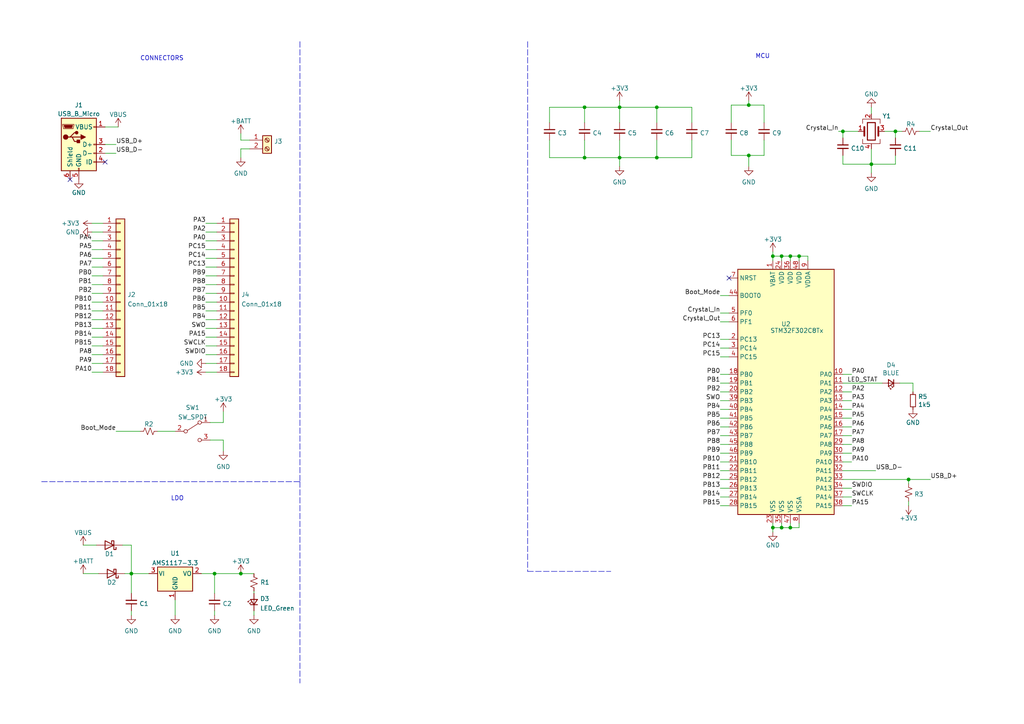
<source format=kicad_sch>
(kicad_sch (version 20211123) (generator eeschema)

  (uuid e63e39d7-6ac0-4ffd-8aa3-1841a4541b55)

  (paper "A4")

  (lib_symbols
    (symbol "Connector:Screw_Terminal_01x02" (pin_names (offset 1.016) hide) (in_bom yes) (on_board yes)
      (property "Reference" "J" (id 0) (at 0 2.54 0)
        (effects (font (size 1.27 1.27)))
      )
      (property "Value" "Screw_Terminal_01x02" (id 1) (at 0 -5.08 0)
        (effects (font (size 1.27 1.27)))
      )
      (property "Footprint" "" (id 2) (at 0 0 0)
        (effects (font (size 1.27 1.27)) hide)
      )
      (property "Datasheet" "~" (id 3) (at 0 0 0)
        (effects (font (size 1.27 1.27)) hide)
      )
      (property "ki_keywords" "screw terminal" (id 4) (at 0 0 0)
        (effects (font (size 1.27 1.27)) hide)
      )
      (property "ki_description" "Generic screw terminal, single row, 01x02, script generated (kicad-library-utils/schlib/autogen/connector/)" (id 5) (at 0 0 0)
        (effects (font (size 1.27 1.27)) hide)
      )
      (property "ki_fp_filters" "TerminalBlock*:*" (id 6) (at 0 0 0)
        (effects (font (size 1.27 1.27)) hide)
      )
      (symbol "Screw_Terminal_01x02_1_1"
        (rectangle (start -1.27 1.27) (end 1.27 -3.81)
          (stroke (width 0.254) (type default) (color 0 0 0 0))
          (fill (type background))
        )
        (circle (center 0 -2.54) (radius 0.635)
          (stroke (width 0.1524) (type default) (color 0 0 0 0))
          (fill (type none))
        )
        (polyline
          (pts
            (xy -0.5334 -2.2098)
            (xy 0.3302 -3.048)
          )
          (stroke (width 0.1524) (type default) (color 0 0 0 0))
          (fill (type none))
        )
        (polyline
          (pts
            (xy -0.5334 0.3302)
            (xy 0.3302 -0.508)
          )
          (stroke (width 0.1524) (type default) (color 0 0 0 0))
          (fill (type none))
        )
        (polyline
          (pts
            (xy -0.3556 -2.032)
            (xy 0.508 -2.8702)
          )
          (stroke (width 0.1524) (type default) (color 0 0 0 0))
          (fill (type none))
        )
        (polyline
          (pts
            (xy -0.3556 0.508)
            (xy 0.508 -0.3302)
          )
          (stroke (width 0.1524) (type default) (color 0 0 0 0))
          (fill (type none))
        )
        (circle (center 0 0) (radius 0.635)
          (stroke (width 0.1524) (type default) (color 0 0 0 0))
          (fill (type none))
        )
        (pin passive line (at -5.08 0 0) (length 3.81)
          (name "Pin_1" (effects (font (size 1.27 1.27))))
          (number "1" (effects (font (size 1.27 1.27))))
        )
        (pin passive line (at -5.08 -2.54 0) (length 3.81)
          (name "Pin_2" (effects (font (size 1.27 1.27))))
          (number "2" (effects (font (size 1.27 1.27))))
        )
      )
    )
    (symbol "Connector:USB_B_Micro" (pin_names (offset 1.016)) (in_bom yes) (on_board yes)
      (property "Reference" "J" (id 0) (at -5.08 11.43 0)
        (effects (font (size 1.27 1.27)) (justify left))
      )
      (property "Value" "USB_B_Micro" (id 1) (at -5.08 8.89 0)
        (effects (font (size 1.27 1.27)) (justify left))
      )
      (property "Footprint" "" (id 2) (at 3.81 -1.27 0)
        (effects (font (size 1.27 1.27)) hide)
      )
      (property "Datasheet" "~" (id 3) (at 3.81 -1.27 0)
        (effects (font (size 1.27 1.27)) hide)
      )
      (property "ki_keywords" "connector USB micro" (id 4) (at 0 0 0)
        (effects (font (size 1.27 1.27)) hide)
      )
      (property "ki_description" "USB Micro Type B connector" (id 5) (at 0 0 0)
        (effects (font (size 1.27 1.27)) hide)
      )
      (property "ki_fp_filters" "USB*" (id 6) (at 0 0 0)
        (effects (font (size 1.27 1.27)) hide)
      )
      (symbol "USB_B_Micro_0_1"
        (rectangle (start -5.08 -7.62) (end 5.08 7.62)
          (stroke (width 0.254) (type default) (color 0 0 0 0))
          (fill (type background))
        )
        (circle (center -3.81 2.159) (radius 0.635)
          (stroke (width 0.254) (type default) (color 0 0 0 0))
          (fill (type outline))
        )
        (circle (center -0.635 3.429) (radius 0.381)
          (stroke (width 0.254) (type default) (color 0 0 0 0))
          (fill (type outline))
        )
        (rectangle (start -0.127 -7.62) (end 0.127 -6.858)
          (stroke (width 0) (type default) (color 0 0 0 0))
          (fill (type none))
        )
        (polyline
          (pts
            (xy -1.905 2.159)
            (xy 0.635 2.159)
          )
          (stroke (width 0.254) (type default) (color 0 0 0 0))
          (fill (type none))
        )
        (polyline
          (pts
            (xy -3.175 2.159)
            (xy -2.54 2.159)
            (xy -1.27 3.429)
            (xy -0.635 3.429)
          )
          (stroke (width 0.254) (type default) (color 0 0 0 0))
          (fill (type none))
        )
        (polyline
          (pts
            (xy -2.54 2.159)
            (xy -1.905 2.159)
            (xy -1.27 0.889)
            (xy 0 0.889)
          )
          (stroke (width 0.254) (type default) (color 0 0 0 0))
          (fill (type none))
        )
        (polyline
          (pts
            (xy 0.635 2.794)
            (xy 0.635 1.524)
            (xy 1.905 2.159)
            (xy 0.635 2.794)
          )
          (stroke (width 0.254) (type default) (color 0 0 0 0))
          (fill (type outline))
        )
        (polyline
          (pts
            (xy -4.318 5.588)
            (xy -1.778 5.588)
            (xy -2.032 4.826)
            (xy -4.064 4.826)
            (xy -4.318 5.588)
          )
          (stroke (width 0) (type default) (color 0 0 0 0))
          (fill (type outline))
        )
        (polyline
          (pts
            (xy -4.699 5.842)
            (xy -4.699 5.588)
            (xy -4.445 4.826)
            (xy -4.445 4.572)
            (xy -1.651 4.572)
            (xy -1.651 4.826)
            (xy -1.397 5.588)
            (xy -1.397 5.842)
            (xy -4.699 5.842)
          )
          (stroke (width 0) (type default) (color 0 0 0 0))
          (fill (type none))
        )
        (rectangle (start 0.254 1.27) (end -0.508 0.508)
          (stroke (width 0.254) (type default) (color 0 0 0 0))
          (fill (type outline))
        )
        (rectangle (start 5.08 -5.207) (end 4.318 -4.953)
          (stroke (width 0) (type default) (color 0 0 0 0))
          (fill (type none))
        )
        (rectangle (start 5.08 -2.667) (end 4.318 -2.413)
          (stroke (width 0) (type default) (color 0 0 0 0))
          (fill (type none))
        )
        (rectangle (start 5.08 -0.127) (end 4.318 0.127)
          (stroke (width 0) (type default) (color 0 0 0 0))
          (fill (type none))
        )
        (rectangle (start 5.08 4.953) (end 4.318 5.207)
          (stroke (width 0) (type default) (color 0 0 0 0))
          (fill (type none))
        )
      )
      (symbol "USB_B_Micro_1_1"
        (pin power_out line (at 7.62 5.08 180) (length 2.54)
          (name "VBUS" (effects (font (size 1.27 1.27))))
          (number "1" (effects (font (size 1.27 1.27))))
        )
        (pin bidirectional line (at 7.62 -2.54 180) (length 2.54)
          (name "D-" (effects (font (size 1.27 1.27))))
          (number "2" (effects (font (size 1.27 1.27))))
        )
        (pin bidirectional line (at 7.62 0 180) (length 2.54)
          (name "D+" (effects (font (size 1.27 1.27))))
          (number "3" (effects (font (size 1.27 1.27))))
        )
        (pin passive line (at 7.62 -5.08 180) (length 2.54)
          (name "ID" (effects (font (size 1.27 1.27))))
          (number "4" (effects (font (size 1.27 1.27))))
        )
        (pin power_out line (at 0 -10.16 90) (length 2.54)
          (name "GND" (effects (font (size 1.27 1.27))))
          (number "5" (effects (font (size 1.27 1.27))))
        )
        (pin passive line (at -2.54 -10.16 90) (length 2.54)
          (name "Shield" (effects (font (size 1.27 1.27))))
          (number "6" (effects (font (size 1.27 1.27))))
        )
      )
    )
    (symbol "Connector_Generic:Conn_01x18" (pin_names (offset 1.016) hide) (in_bom yes) (on_board yes)
      (property "Reference" "J" (id 0) (at 0 22.86 0)
        (effects (font (size 1.27 1.27)))
      )
      (property "Value" "Conn_01x18" (id 1) (at 0 -25.4 0)
        (effects (font (size 1.27 1.27)))
      )
      (property "Footprint" "" (id 2) (at 0 0 0)
        (effects (font (size 1.27 1.27)) hide)
      )
      (property "Datasheet" "~" (id 3) (at 0 0 0)
        (effects (font (size 1.27 1.27)) hide)
      )
      (property "ki_keywords" "connector" (id 4) (at 0 0 0)
        (effects (font (size 1.27 1.27)) hide)
      )
      (property "ki_description" "Generic connector, single row, 01x18, script generated (kicad-library-utils/schlib/autogen/connector/)" (id 5) (at 0 0 0)
        (effects (font (size 1.27 1.27)) hide)
      )
      (property "ki_fp_filters" "Connector*:*_1x??_*" (id 6) (at 0 0 0)
        (effects (font (size 1.27 1.27)) hide)
      )
      (symbol "Conn_01x18_1_1"
        (rectangle (start -1.27 -22.733) (end 0 -22.987)
          (stroke (width 0.1524) (type default) (color 0 0 0 0))
          (fill (type none))
        )
        (rectangle (start -1.27 -20.193) (end 0 -20.447)
          (stroke (width 0.1524) (type default) (color 0 0 0 0))
          (fill (type none))
        )
        (rectangle (start -1.27 -17.653) (end 0 -17.907)
          (stroke (width 0.1524) (type default) (color 0 0 0 0))
          (fill (type none))
        )
        (rectangle (start -1.27 -15.113) (end 0 -15.367)
          (stroke (width 0.1524) (type default) (color 0 0 0 0))
          (fill (type none))
        )
        (rectangle (start -1.27 -12.573) (end 0 -12.827)
          (stroke (width 0.1524) (type default) (color 0 0 0 0))
          (fill (type none))
        )
        (rectangle (start -1.27 -10.033) (end 0 -10.287)
          (stroke (width 0.1524) (type default) (color 0 0 0 0))
          (fill (type none))
        )
        (rectangle (start -1.27 -7.493) (end 0 -7.747)
          (stroke (width 0.1524) (type default) (color 0 0 0 0))
          (fill (type none))
        )
        (rectangle (start -1.27 -4.953) (end 0 -5.207)
          (stroke (width 0.1524) (type default) (color 0 0 0 0))
          (fill (type none))
        )
        (rectangle (start -1.27 -2.413) (end 0 -2.667)
          (stroke (width 0.1524) (type default) (color 0 0 0 0))
          (fill (type none))
        )
        (rectangle (start -1.27 0.127) (end 0 -0.127)
          (stroke (width 0.1524) (type default) (color 0 0 0 0))
          (fill (type none))
        )
        (rectangle (start -1.27 2.667) (end 0 2.413)
          (stroke (width 0.1524) (type default) (color 0 0 0 0))
          (fill (type none))
        )
        (rectangle (start -1.27 5.207) (end 0 4.953)
          (stroke (width 0.1524) (type default) (color 0 0 0 0))
          (fill (type none))
        )
        (rectangle (start -1.27 7.747) (end 0 7.493)
          (stroke (width 0.1524) (type default) (color 0 0 0 0))
          (fill (type none))
        )
        (rectangle (start -1.27 10.287) (end 0 10.033)
          (stroke (width 0.1524) (type default) (color 0 0 0 0))
          (fill (type none))
        )
        (rectangle (start -1.27 12.827) (end 0 12.573)
          (stroke (width 0.1524) (type default) (color 0 0 0 0))
          (fill (type none))
        )
        (rectangle (start -1.27 15.367) (end 0 15.113)
          (stroke (width 0.1524) (type default) (color 0 0 0 0))
          (fill (type none))
        )
        (rectangle (start -1.27 17.907) (end 0 17.653)
          (stroke (width 0.1524) (type default) (color 0 0 0 0))
          (fill (type none))
        )
        (rectangle (start -1.27 20.447) (end 0 20.193)
          (stroke (width 0.1524) (type default) (color 0 0 0 0))
          (fill (type none))
        )
        (rectangle (start -1.27 21.59) (end 1.27 -24.13)
          (stroke (width 0.254) (type default) (color 0 0 0 0))
          (fill (type background))
        )
        (pin passive line (at -5.08 20.32 0) (length 3.81)
          (name "Pin_1" (effects (font (size 1.27 1.27))))
          (number "1" (effects (font (size 1.27 1.27))))
        )
        (pin passive line (at -5.08 -2.54 0) (length 3.81)
          (name "Pin_10" (effects (font (size 1.27 1.27))))
          (number "10" (effects (font (size 1.27 1.27))))
        )
        (pin passive line (at -5.08 -5.08 0) (length 3.81)
          (name "Pin_11" (effects (font (size 1.27 1.27))))
          (number "11" (effects (font (size 1.27 1.27))))
        )
        (pin passive line (at -5.08 -7.62 0) (length 3.81)
          (name "Pin_12" (effects (font (size 1.27 1.27))))
          (number "12" (effects (font (size 1.27 1.27))))
        )
        (pin passive line (at -5.08 -10.16 0) (length 3.81)
          (name "Pin_13" (effects (font (size 1.27 1.27))))
          (number "13" (effects (font (size 1.27 1.27))))
        )
        (pin passive line (at -5.08 -12.7 0) (length 3.81)
          (name "Pin_14" (effects (font (size 1.27 1.27))))
          (number "14" (effects (font (size 1.27 1.27))))
        )
        (pin passive line (at -5.08 -15.24 0) (length 3.81)
          (name "Pin_15" (effects (font (size 1.27 1.27))))
          (number "15" (effects (font (size 1.27 1.27))))
        )
        (pin passive line (at -5.08 -17.78 0) (length 3.81)
          (name "Pin_16" (effects (font (size 1.27 1.27))))
          (number "16" (effects (font (size 1.27 1.27))))
        )
        (pin passive line (at -5.08 -20.32 0) (length 3.81)
          (name "Pin_17" (effects (font (size 1.27 1.27))))
          (number "17" (effects (font (size 1.27 1.27))))
        )
        (pin passive line (at -5.08 -22.86 0) (length 3.81)
          (name "Pin_18" (effects (font (size 1.27 1.27))))
          (number "18" (effects (font (size 1.27 1.27))))
        )
        (pin passive line (at -5.08 17.78 0) (length 3.81)
          (name "Pin_2" (effects (font (size 1.27 1.27))))
          (number "2" (effects (font (size 1.27 1.27))))
        )
        (pin passive line (at -5.08 15.24 0) (length 3.81)
          (name "Pin_3" (effects (font (size 1.27 1.27))))
          (number "3" (effects (font (size 1.27 1.27))))
        )
        (pin passive line (at -5.08 12.7 0) (length 3.81)
          (name "Pin_4" (effects (font (size 1.27 1.27))))
          (number "4" (effects (font (size 1.27 1.27))))
        )
        (pin passive line (at -5.08 10.16 0) (length 3.81)
          (name "Pin_5" (effects (font (size 1.27 1.27))))
          (number "5" (effects (font (size 1.27 1.27))))
        )
        (pin passive line (at -5.08 7.62 0) (length 3.81)
          (name "Pin_6" (effects (font (size 1.27 1.27))))
          (number "6" (effects (font (size 1.27 1.27))))
        )
        (pin passive line (at -5.08 5.08 0) (length 3.81)
          (name "Pin_7" (effects (font (size 1.27 1.27))))
          (number "7" (effects (font (size 1.27 1.27))))
        )
        (pin passive line (at -5.08 2.54 0) (length 3.81)
          (name "Pin_8" (effects (font (size 1.27 1.27))))
          (number "8" (effects (font (size 1.27 1.27))))
        )
        (pin passive line (at -5.08 0 0) (length 3.81)
          (name "Pin_9" (effects (font (size 1.27 1.27))))
          (number "9" (effects (font (size 1.27 1.27))))
        )
      )
    )
    (symbol "Device:C_Small" (pin_numbers hide) (pin_names (offset 0.254) hide) (in_bom yes) (on_board yes)
      (property "Reference" "C" (id 0) (at 0.254 1.778 0)
        (effects (font (size 1.27 1.27)) (justify left))
      )
      (property "Value" "C_Small" (id 1) (at 0.254 -2.032 0)
        (effects (font (size 1.27 1.27)) (justify left))
      )
      (property "Footprint" "" (id 2) (at 0 0 0)
        (effects (font (size 1.27 1.27)) hide)
      )
      (property "Datasheet" "~" (id 3) (at 0 0 0)
        (effects (font (size 1.27 1.27)) hide)
      )
      (property "ki_keywords" "capacitor cap" (id 4) (at 0 0 0)
        (effects (font (size 1.27 1.27)) hide)
      )
      (property "ki_description" "Unpolarized capacitor, small symbol" (id 5) (at 0 0 0)
        (effects (font (size 1.27 1.27)) hide)
      )
      (property "ki_fp_filters" "C_*" (id 6) (at 0 0 0)
        (effects (font (size 1.27 1.27)) hide)
      )
      (symbol "C_Small_0_1"
        (polyline
          (pts
            (xy -1.524 -0.508)
            (xy 1.524 -0.508)
          )
          (stroke (width 0.3302) (type default) (color 0 0 0 0))
          (fill (type none))
        )
        (polyline
          (pts
            (xy -1.524 0.508)
            (xy 1.524 0.508)
          )
          (stroke (width 0.3048) (type default) (color 0 0 0 0))
          (fill (type none))
        )
      )
      (symbol "C_Small_1_1"
        (pin passive line (at 0 2.54 270) (length 2.032)
          (name "~" (effects (font (size 1.27 1.27))))
          (number "1" (effects (font (size 1.27 1.27))))
        )
        (pin passive line (at 0 -2.54 90) (length 2.032)
          (name "~" (effects (font (size 1.27 1.27))))
          (number "2" (effects (font (size 1.27 1.27))))
        )
      )
    )
    (symbol "Device:Crystal_GND24" (pin_names (offset 1.016) hide) (in_bom yes) (on_board yes)
      (property "Reference" "Y" (id 0) (at 3.175 5.08 0)
        (effects (font (size 1.27 1.27)) (justify left))
      )
      (property "Value" "Crystal_GND24" (id 1) (at 3.175 3.175 0)
        (effects (font (size 1.27 1.27)) (justify left))
      )
      (property "Footprint" "" (id 2) (at 0 0 0)
        (effects (font (size 1.27 1.27)) hide)
      )
      (property "Datasheet" "~" (id 3) (at 0 0 0)
        (effects (font (size 1.27 1.27)) hide)
      )
      (property "ki_keywords" "quartz ceramic resonator oscillator" (id 4) (at 0 0 0)
        (effects (font (size 1.27 1.27)) hide)
      )
      (property "ki_description" "Four pin crystal, GND on pins 2 and 4" (id 5) (at 0 0 0)
        (effects (font (size 1.27 1.27)) hide)
      )
      (property "ki_fp_filters" "Crystal*" (id 6) (at 0 0 0)
        (effects (font (size 1.27 1.27)) hide)
      )
      (symbol "Crystal_GND24_0_1"
        (rectangle (start -1.143 2.54) (end 1.143 -2.54)
          (stroke (width 0.3048) (type default) (color 0 0 0 0))
          (fill (type none))
        )
        (polyline
          (pts
            (xy -2.54 0)
            (xy -2.032 0)
          )
          (stroke (width 0) (type default) (color 0 0 0 0))
          (fill (type none))
        )
        (polyline
          (pts
            (xy -2.032 -1.27)
            (xy -2.032 1.27)
          )
          (stroke (width 0.508) (type default) (color 0 0 0 0))
          (fill (type none))
        )
        (polyline
          (pts
            (xy 0 -3.81)
            (xy 0 -3.556)
          )
          (stroke (width 0) (type default) (color 0 0 0 0))
          (fill (type none))
        )
        (polyline
          (pts
            (xy 0 3.556)
            (xy 0 3.81)
          )
          (stroke (width 0) (type default) (color 0 0 0 0))
          (fill (type none))
        )
        (polyline
          (pts
            (xy 2.032 -1.27)
            (xy 2.032 1.27)
          )
          (stroke (width 0.508) (type default) (color 0 0 0 0))
          (fill (type none))
        )
        (polyline
          (pts
            (xy 2.032 0)
            (xy 2.54 0)
          )
          (stroke (width 0) (type default) (color 0 0 0 0))
          (fill (type none))
        )
        (polyline
          (pts
            (xy -2.54 -2.286)
            (xy -2.54 -3.556)
            (xy 2.54 -3.556)
            (xy 2.54 -2.286)
          )
          (stroke (width 0) (type default) (color 0 0 0 0))
          (fill (type none))
        )
        (polyline
          (pts
            (xy -2.54 2.286)
            (xy -2.54 3.556)
            (xy 2.54 3.556)
            (xy 2.54 2.286)
          )
          (stroke (width 0) (type default) (color 0 0 0 0))
          (fill (type none))
        )
      )
      (symbol "Crystal_GND24_1_1"
        (pin passive line (at -3.81 0 0) (length 1.27)
          (name "1" (effects (font (size 1.27 1.27))))
          (number "1" (effects (font (size 1.27 1.27))))
        )
        (pin passive line (at 0 5.08 270) (length 1.27)
          (name "2" (effects (font (size 1.27 1.27))))
          (number "2" (effects (font (size 1.27 1.27))))
        )
        (pin passive line (at 3.81 0 180) (length 1.27)
          (name "3" (effects (font (size 1.27 1.27))))
          (number "3" (effects (font (size 1.27 1.27))))
        )
        (pin passive line (at 0 -5.08 90) (length 1.27)
          (name "4" (effects (font (size 1.27 1.27))))
          (number "4" (effects (font (size 1.27 1.27))))
        )
      )
    )
    (symbol "Device:LED_Small" (pin_numbers hide) (pin_names (offset 0.254) hide) (in_bom yes) (on_board yes)
      (property "Reference" "D" (id 0) (at -1.27 3.175 0)
        (effects (font (size 1.27 1.27)) (justify left))
      )
      (property "Value" "LED_Small" (id 1) (at -4.445 -2.54 0)
        (effects (font (size 1.27 1.27)) (justify left))
      )
      (property "Footprint" "" (id 2) (at 0 0 90)
        (effects (font (size 1.27 1.27)) hide)
      )
      (property "Datasheet" "~" (id 3) (at 0 0 90)
        (effects (font (size 1.27 1.27)) hide)
      )
      (property "ki_keywords" "LED diode light-emitting-diode" (id 4) (at 0 0 0)
        (effects (font (size 1.27 1.27)) hide)
      )
      (property "ki_description" "Light emitting diode, small symbol" (id 5) (at 0 0 0)
        (effects (font (size 1.27 1.27)) hide)
      )
      (property "ki_fp_filters" "LED* LED_SMD:* LED_THT:*" (id 6) (at 0 0 0)
        (effects (font (size 1.27 1.27)) hide)
      )
      (symbol "LED_Small_0_1"
        (polyline
          (pts
            (xy -0.762 -1.016)
            (xy -0.762 1.016)
          )
          (stroke (width 0.254) (type default) (color 0 0 0 0))
          (fill (type none))
        )
        (polyline
          (pts
            (xy 1.016 0)
            (xy -0.762 0)
          )
          (stroke (width 0) (type default) (color 0 0 0 0))
          (fill (type none))
        )
        (polyline
          (pts
            (xy 0.762 -1.016)
            (xy -0.762 0)
            (xy 0.762 1.016)
            (xy 0.762 -1.016)
          )
          (stroke (width 0.254) (type default) (color 0 0 0 0))
          (fill (type none))
        )
        (polyline
          (pts
            (xy 0 0.762)
            (xy -0.508 1.27)
            (xy -0.254 1.27)
            (xy -0.508 1.27)
            (xy -0.508 1.016)
          )
          (stroke (width 0) (type default) (color 0 0 0 0))
          (fill (type none))
        )
        (polyline
          (pts
            (xy 0.508 1.27)
            (xy 0 1.778)
            (xy 0.254 1.778)
            (xy 0 1.778)
            (xy 0 1.524)
          )
          (stroke (width 0) (type default) (color 0 0 0 0))
          (fill (type none))
        )
      )
      (symbol "LED_Small_1_1"
        (pin passive line (at -2.54 0 0) (length 1.778)
          (name "K" (effects (font (size 1.27 1.27))))
          (number "1" (effects (font (size 1.27 1.27))))
        )
        (pin passive line (at 2.54 0 180) (length 1.778)
          (name "A" (effects (font (size 1.27 1.27))))
          (number "2" (effects (font (size 1.27 1.27))))
        )
      )
    )
    (symbol "Device:R_Small" (pin_numbers hide) (pin_names (offset 0.254) hide) (in_bom yes) (on_board yes)
      (property "Reference" "R" (id 0) (at 0.762 0.508 0)
        (effects (font (size 1.27 1.27)) (justify left))
      )
      (property "Value" "R_Small" (id 1) (at 0.762 -1.016 0)
        (effects (font (size 1.27 1.27)) (justify left))
      )
      (property "Footprint" "" (id 2) (at 0 0 0)
        (effects (font (size 1.27 1.27)) hide)
      )
      (property "Datasheet" "~" (id 3) (at 0 0 0)
        (effects (font (size 1.27 1.27)) hide)
      )
      (property "ki_keywords" "R resistor" (id 4) (at 0 0 0)
        (effects (font (size 1.27 1.27)) hide)
      )
      (property "ki_description" "Resistor, small symbol" (id 5) (at 0 0 0)
        (effects (font (size 1.27 1.27)) hide)
      )
      (property "ki_fp_filters" "R_*" (id 6) (at 0 0 0)
        (effects (font (size 1.27 1.27)) hide)
      )
      (symbol "R_Small_0_1"
        (rectangle (start -0.762 1.778) (end 0.762 -1.778)
          (stroke (width 0.2032) (type default) (color 0 0 0 0))
          (fill (type none))
        )
      )
      (symbol "R_Small_1_1"
        (pin passive line (at 0 2.54 270) (length 0.762)
          (name "~" (effects (font (size 1.27 1.27))))
          (number "1" (effects (font (size 1.27 1.27))))
        )
        (pin passive line (at 0 -2.54 90) (length 0.762)
          (name "~" (effects (font (size 1.27 1.27))))
          (number "2" (effects (font (size 1.27 1.27))))
        )
      )
    )
    (symbol "Device:R_Small_US" (pin_numbers hide) (pin_names (offset 0.254) hide) (in_bom yes) (on_board yes)
      (property "Reference" "R" (id 0) (at 0.762 0.508 0)
        (effects (font (size 1.27 1.27)) (justify left))
      )
      (property "Value" "R_Small_US" (id 1) (at 0.762 -1.016 0)
        (effects (font (size 1.27 1.27)) (justify left))
      )
      (property "Footprint" "" (id 2) (at 0 0 0)
        (effects (font (size 1.27 1.27)) hide)
      )
      (property "Datasheet" "~" (id 3) (at 0 0 0)
        (effects (font (size 1.27 1.27)) hide)
      )
      (property "ki_keywords" "r resistor" (id 4) (at 0 0 0)
        (effects (font (size 1.27 1.27)) hide)
      )
      (property "ki_description" "Resistor, small US symbol" (id 5) (at 0 0 0)
        (effects (font (size 1.27 1.27)) hide)
      )
      (property "ki_fp_filters" "R_*" (id 6) (at 0 0 0)
        (effects (font (size 1.27 1.27)) hide)
      )
      (symbol "R_Small_US_1_1"
        (polyline
          (pts
            (xy 0 0)
            (xy 1.016 -0.381)
            (xy 0 -0.762)
            (xy -1.016 -1.143)
            (xy 0 -1.524)
          )
          (stroke (width 0) (type default) (color 0 0 0 0))
          (fill (type none))
        )
        (polyline
          (pts
            (xy 0 1.524)
            (xy 1.016 1.143)
            (xy 0 0.762)
            (xy -1.016 0.381)
            (xy 0 0)
          )
          (stroke (width 0) (type default) (color 0 0 0 0))
          (fill (type none))
        )
        (pin passive line (at 0 2.54 270) (length 1.016)
          (name "~" (effects (font (size 1.27 1.27))))
          (number "1" (effects (font (size 1.27 1.27))))
        )
        (pin passive line (at 0 -2.54 90) (length 1.016)
          (name "~" (effects (font (size 1.27 1.27))))
          (number "2" (effects (font (size 1.27 1.27))))
        )
      )
    )
    (symbol "Diode:1N5819" (pin_numbers hide) (pin_names (offset 1.016) hide) (in_bom yes) (on_board yes)
      (property "Reference" "D" (id 0) (at 0 2.54 0)
        (effects (font (size 1.27 1.27)))
      )
      (property "Value" "1N5819" (id 1) (at 0 -2.54 0)
        (effects (font (size 1.27 1.27)))
      )
      (property "Footprint" "Diode_THT:D_DO-41_SOD81_P10.16mm_Horizontal" (id 2) (at 0 -4.445 0)
        (effects (font (size 1.27 1.27)) hide)
      )
      (property "Datasheet" "http://www.vishay.com/docs/88525/1n5817.pdf" (id 3) (at 0 0 0)
        (effects (font (size 1.27 1.27)) hide)
      )
      (property "ki_keywords" "diode Schottky" (id 4) (at 0 0 0)
        (effects (font (size 1.27 1.27)) hide)
      )
      (property "ki_description" "40V 1A Schottky Barrier Rectifier Diode, DO-41" (id 5) (at 0 0 0)
        (effects (font (size 1.27 1.27)) hide)
      )
      (property "ki_fp_filters" "D*DO?41*" (id 6) (at 0 0 0)
        (effects (font (size 1.27 1.27)) hide)
      )
      (symbol "1N5819_0_1"
        (polyline
          (pts
            (xy 1.27 0)
            (xy -1.27 0)
          )
          (stroke (width 0) (type default) (color 0 0 0 0))
          (fill (type none))
        )
        (polyline
          (pts
            (xy 1.27 1.27)
            (xy 1.27 -1.27)
            (xy -1.27 0)
            (xy 1.27 1.27)
          )
          (stroke (width 0.254) (type default) (color 0 0 0 0))
          (fill (type none))
        )
        (polyline
          (pts
            (xy -1.905 0.635)
            (xy -1.905 1.27)
            (xy -1.27 1.27)
            (xy -1.27 -1.27)
            (xy -0.635 -1.27)
            (xy -0.635 -0.635)
          )
          (stroke (width 0.254) (type default) (color 0 0 0 0))
          (fill (type none))
        )
      )
      (symbol "1N5819_1_1"
        (pin passive line (at -3.81 0 0) (length 2.54)
          (name "K" (effects (font (size 1.27 1.27))))
          (number "1" (effects (font (size 1.27 1.27))))
        )
        (pin passive line (at 3.81 0 180) (length 2.54)
          (name "A" (effects (font (size 1.27 1.27))))
          (number "2" (effects (font (size 1.27 1.27))))
        )
      )
    )
    (symbol "MCU_ST_STM32F3:STM32F302C8Tx" (in_bom yes) (on_board yes)
      (property "Reference" "U" (id 0) (at -15.24 36.83 0)
        (effects (font (size 1.27 1.27)) (justify left))
      )
      (property "Value" "STM32F302C8Tx" (id 1) (at 7.62 36.83 0)
        (effects (font (size 1.27 1.27)) (justify left))
      )
      (property "Footprint" "Package_QFP:LQFP-48_7x7mm_P0.5mm" (id 2) (at -15.24 -35.56 0)
        (effects (font (size 1.27 1.27)) (justify right) hide)
      )
      (property "Datasheet" "http://www.st.com/st-web-ui/static/active/en/resource/technical/document/datasheet/DM00093333.pdf" (id 3) (at 0 0 0)
        (effects (font (size 1.27 1.27)) hide)
      )
      (property "ki_keywords" "ARM Cortex-M4 STM32F3 STM32F302" (id 4) (at 0 0 0)
        (effects (font (size 1.27 1.27)) hide)
      )
      (property "ki_description" "ARM Cortex-M4 MCU, 64KB flash, 16KB RAM, 72MHz, 2-3.6V, 37 GPIO, LQFP-48" (id 5) (at 0 0 0)
        (effects (font (size 1.27 1.27)) hide)
      )
      (property "ki_fp_filters" "LQFP*7x7mm*P0.5mm*" (id 6) (at 0 0 0)
        (effects (font (size 1.27 1.27)) hide)
      )
      (symbol "STM32F302C8Tx_0_1"
        (rectangle (start -15.24 -35.56) (end 12.7 35.56)
          (stroke (width 0.254) (type default) (color 0 0 0 0))
          (fill (type background))
        )
      )
      (symbol "STM32F302C8Tx_1_1"
        (pin power_in line (at -5.08 38.1 270) (length 2.54)
          (name "VBAT" (effects (font (size 1.27 1.27))))
          (number "1" (effects (font (size 1.27 1.27))))
        )
        (pin bidirectional line (at 15.24 5.08 180) (length 2.54)
          (name "PA0" (effects (font (size 1.27 1.27))))
          (number "10" (effects (font (size 1.27 1.27))))
        )
        (pin bidirectional line (at 15.24 2.54 180) (length 2.54)
          (name "PA1" (effects (font (size 1.27 1.27))))
          (number "11" (effects (font (size 1.27 1.27))))
        )
        (pin bidirectional line (at 15.24 0 180) (length 2.54)
          (name "PA2" (effects (font (size 1.27 1.27))))
          (number "12" (effects (font (size 1.27 1.27))))
        )
        (pin bidirectional line (at 15.24 -2.54 180) (length 2.54)
          (name "PA3" (effects (font (size 1.27 1.27))))
          (number "13" (effects (font (size 1.27 1.27))))
        )
        (pin bidirectional line (at 15.24 -5.08 180) (length 2.54)
          (name "PA4" (effects (font (size 1.27 1.27))))
          (number "14" (effects (font (size 1.27 1.27))))
        )
        (pin bidirectional line (at 15.24 -7.62 180) (length 2.54)
          (name "PA5" (effects (font (size 1.27 1.27))))
          (number "15" (effects (font (size 1.27 1.27))))
        )
        (pin bidirectional line (at 15.24 -10.16 180) (length 2.54)
          (name "PA6" (effects (font (size 1.27 1.27))))
          (number "16" (effects (font (size 1.27 1.27))))
        )
        (pin bidirectional line (at 15.24 -12.7 180) (length 2.54)
          (name "PA7" (effects (font (size 1.27 1.27))))
          (number "17" (effects (font (size 1.27 1.27))))
        )
        (pin bidirectional line (at -17.78 5.08 0) (length 2.54)
          (name "PB0" (effects (font (size 1.27 1.27))))
          (number "18" (effects (font (size 1.27 1.27))))
        )
        (pin bidirectional line (at -17.78 2.54 0) (length 2.54)
          (name "PB1" (effects (font (size 1.27 1.27))))
          (number "19" (effects (font (size 1.27 1.27))))
        )
        (pin bidirectional line (at -17.78 15.24 0) (length 2.54)
          (name "PC13" (effects (font (size 1.27 1.27))))
          (number "2" (effects (font (size 1.27 1.27))))
        )
        (pin bidirectional line (at -17.78 0 0) (length 2.54)
          (name "PB2" (effects (font (size 1.27 1.27))))
          (number "20" (effects (font (size 1.27 1.27))))
        )
        (pin bidirectional line (at -17.78 -20.32 0) (length 2.54)
          (name "PB10" (effects (font (size 1.27 1.27))))
          (number "21" (effects (font (size 1.27 1.27))))
        )
        (pin bidirectional line (at -17.78 -22.86 0) (length 2.54)
          (name "PB11" (effects (font (size 1.27 1.27))))
          (number "22" (effects (font (size 1.27 1.27))))
        )
        (pin power_in line (at -5.08 -38.1 90) (length 2.54)
          (name "VSS" (effects (font (size 1.27 1.27))))
          (number "23" (effects (font (size 1.27 1.27))))
        )
        (pin power_in line (at -2.54 38.1 270) (length 2.54)
          (name "VDD" (effects (font (size 1.27 1.27))))
          (number "24" (effects (font (size 1.27 1.27))))
        )
        (pin bidirectional line (at -17.78 -25.4 0) (length 2.54)
          (name "PB12" (effects (font (size 1.27 1.27))))
          (number "25" (effects (font (size 1.27 1.27))))
        )
        (pin bidirectional line (at -17.78 -27.94 0) (length 2.54)
          (name "PB13" (effects (font (size 1.27 1.27))))
          (number "26" (effects (font (size 1.27 1.27))))
        )
        (pin bidirectional line (at -17.78 -30.48 0) (length 2.54)
          (name "PB14" (effects (font (size 1.27 1.27))))
          (number "27" (effects (font (size 1.27 1.27))))
        )
        (pin bidirectional line (at -17.78 -33.02 0) (length 2.54)
          (name "PB15" (effects (font (size 1.27 1.27))))
          (number "28" (effects (font (size 1.27 1.27))))
        )
        (pin bidirectional line (at 15.24 -15.24 180) (length 2.54)
          (name "PA8" (effects (font (size 1.27 1.27))))
          (number "29" (effects (font (size 1.27 1.27))))
        )
        (pin bidirectional line (at -17.78 12.7 0) (length 2.54)
          (name "PC14" (effects (font (size 1.27 1.27))))
          (number "3" (effects (font (size 1.27 1.27))))
        )
        (pin bidirectional line (at 15.24 -17.78 180) (length 2.54)
          (name "PA9" (effects (font (size 1.27 1.27))))
          (number "30" (effects (font (size 1.27 1.27))))
        )
        (pin bidirectional line (at 15.24 -20.32 180) (length 2.54)
          (name "PA10" (effects (font (size 1.27 1.27))))
          (number "31" (effects (font (size 1.27 1.27))))
        )
        (pin bidirectional line (at 15.24 -22.86 180) (length 2.54)
          (name "PA11" (effects (font (size 1.27 1.27))))
          (number "32" (effects (font (size 1.27 1.27))))
        )
        (pin bidirectional line (at 15.24 -25.4 180) (length 2.54)
          (name "PA12" (effects (font (size 1.27 1.27))))
          (number "33" (effects (font (size 1.27 1.27))))
        )
        (pin bidirectional line (at 15.24 -27.94 180) (length 2.54)
          (name "PA13" (effects (font (size 1.27 1.27))))
          (number "34" (effects (font (size 1.27 1.27))))
        )
        (pin power_in line (at -2.54 -38.1 90) (length 2.54)
          (name "VSS" (effects (font (size 1.27 1.27))))
          (number "35" (effects (font (size 1.27 1.27))))
        )
        (pin power_in line (at 0 38.1 270) (length 2.54)
          (name "VDD" (effects (font (size 1.27 1.27))))
          (number "36" (effects (font (size 1.27 1.27))))
        )
        (pin bidirectional line (at 15.24 -30.48 180) (length 2.54)
          (name "PA14" (effects (font (size 1.27 1.27))))
          (number "37" (effects (font (size 1.27 1.27))))
        )
        (pin bidirectional line (at 15.24 -33.02 180) (length 2.54)
          (name "PA15" (effects (font (size 1.27 1.27))))
          (number "38" (effects (font (size 1.27 1.27))))
        )
        (pin bidirectional line (at -17.78 -2.54 0) (length 2.54)
          (name "PB3" (effects (font (size 1.27 1.27))))
          (number "39" (effects (font (size 1.27 1.27))))
        )
        (pin bidirectional line (at -17.78 10.16 0) (length 2.54)
          (name "PC15" (effects (font (size 1.27 1.27))))
          (number "4" (effects (font (size 1.27 1.27))))
        )
        (pin bidirectional line (at -17.78 -5.08 0) (length 2.54)
          (name "PB4" (effects (font (size 1.27 1.27))))
          (number "40" (effects (font (size 1.27 1.27))))
        )
        (pin bidirectional line (at -17.78 -7.62 0) (length 2.54)
          (name "PB5" (effects (font (size 1.27 1.27))))
          (number "41" (effects (font (size 1.27 1.27))))
        )
        (pin bidirectional line (at -17.78 -10.16 0) (length 2.54)
          (name "PB6" (effects (font (size 1.27 1.27))))
          (number "42" (effects (font (size 1.27 1.27))))
        )
        (pin bidirectional line (at -17.78 -12.7 0) (length 2.54)
          (name "PB7" (effects (font (size 1.27 1.27))))
          (number "43" (effects (font (size 1.27 1.27))))
        )
        (pin input line (at -17.78 27.94 0) (length 2.54)
          (name "BOOT0" (effects (font (size 1.27 1.27))))
          (number "44" (effects (font (size 1.27 1.27))))
        )
        (pin bidirectional line (at -17.78 -15.24 0) (length 2.54)
          (name "PB8" (effects (font (size 1.27 1.27))))
          (number "45" (effects (font (size 1.27 1.27))))
        )
        (pin bidirectional line (at -17.78 -17.78 0) (length 2.54)
          (name "PB9" (effects (font (size 1.27 1.27))))
          (number "46" (effects (font (size 1.27 1.27))))
        )
        (pin power_in line (at 0 -38.1 90) (length 2.54)
          (name "VSS" (effects (font (size 1.27 1.27))))
          (number "47" (effects (font (size 1.27 1.27))))
        )
        (pin power_in line (at 2.54 38.1 270) (length 2.54)
          (name "VDD" (effects (font (size 1.27 1.27))))
          (number "48" (effects (font (size 1.27 1.27))))
        )
        (pin input line (at -17.78 22.86 0) (length 2.54)
          (name "PF0" (effects (font (size 1.27 1.27))))
          (number "5" (effects (font (size 1.27 1.27))))
        )
        (pin input line (at -17.78 20.32 0) (length 2.54)
          (name "PF1" (effects (font (size 1.27 1.27))))
          (number "6" (effects (font (size 1.27 1.27))))
        )
        (pin input line (at -17.78 33.02 0) (length 2.54)
          (name "NRST" (effects (font (size 1.27 1.27))))
          (number "7" (effects (font (size 1.27 1.27))))
        )
        (pin power_in line (at 2.54 -38.1 90) (length 2.54)
          (name "VSSA" (effects (font (size 1.27 1.27))))
          (number "8" (effects (font (size 1.27 1.27))))
        )
        (pin power_in line (at 5.08 38.1 270) (length 2.54)
          (name "VDDA" (effects (font (size 1.27 1.27))))
          (number "9" (effects (font (size 1.27 1.27))))
        )
      )
    )
    (symbol "Regulator_Linear:AMS1117-3.3" (pin_names (offset 0.254)) (in_bom yes) (on_board yes)
      (property "Reference" "U" (id 0) (at -3.81 3.175 0)
        (effects (font (size 1.27 1.27)))
      )
      (property "Value" "AMS1117-3.3" (id 1) (at 0 3.175 0)
        (effects (font (size 1.27 1.27)) (justify left))
      )
      (property "Footprint" "Package_TO_SOT_SMD:SOT-223-3_TabPin2" (id 2) (at 0 5.08 0)
        (effects (font (size 1.27 1.27)) hide)
      )
      (property "Datasheet" "http://www.advanced-monolithic.com/pdf/ds1117.pdf" (id 3) (at 2.54 -6.35 0)
        (effects (font (size 1.27 1.27)) hide)
      )
      (property "ki_keywords" "linear regulator ldo fixed positive" (id 4) (at 0 0 0)
        (effects (font (size 1.27 1.27)) hide)
      )
      (property "ki_description" "1A Low Dropout regulator, positive, 3.3V fixed output, SOT-223" (id 5) (at 0 0 0)
        (effects (font (size 1.27 1.27)) hide)
      )
      (property "ki_fp_filters" "SOT?223*TabPin2*" (id 6) (at 0 0 0)
        (effects (font (size 1.27 1.27)) hide)
      )
      (symbol "AMS1117-3.3_0_1"
        (rectangle (start -5.08 -5.08) (end 5.08 1.905)
          (stroke (width 0.254) (type default) (color 0 0 0 0))
          (fill (type background))
        )
      )
      (symbol "AMS1117-3.3_1_1"
        (pin power_in line (at 0 -7.62 90) (length 2.54)
          (name "GND" (effects (font (size 1.27 1.27))))
          (number "1" (effects (font (size 1.27 1.27))))
        )
        (pin power_out line (at 7.62 0 180) (length 2.54)
          (name "VO" (effects (font (size 1.27 1.27))))
          (number "2" (effects (font (size 1.27 1.27))))
        )
        (pin power_in line (at -7.62 0 0) (length 2.54)
          (name "VI" (effects (font (size 1.27 1.27))))
          (number "3" (effects (font (size 1.27 1.27))))
        )
      )
    )
    (symbol "Switch:SW_SPDT" (pin_names (offset 0) hide) (in_bom yes) (on_board yes)
      (property "Reference" "SW" (id 0) (at 0 4.318 0)
        (effects (font (size 1.27 1.27)))
      )
      (property "Value" "SW_SPDT" (id 1) (at 0 -5.08 0)
        (effects (font (size 1.27 1.27)))
      )
      (property "Footprint" "" (id 2) (at 0 0 0)
        (effects (font (size 1.27 1.27)) hide)
      )
      (property "Datasheet" "~" (id 3) (at 0 0 0)
        (effects (font (size 1.27 1.27)) hide)
      )
      (property "ki_keywords" "switch single-pole double-throw spdt ON-ON" (id 4) (at 0 0 0)
        (effects (font (size 1.27 1.27)) hide)
      )
      (property "ki_description" "Switch, single pole double throw" (id 5) (at 0 0 0)
        (effects (font (size 1.27 1.27)) hide)
      )
      (symbol "SW_SPDT_0_0"
        (circle (center -2.032 0) (radius 0.508)
          (stroke (width 0) (type default) (color 0 0 0 0))
          (fill (type none))
        )
        (circle (center 2.032 -2.54) (radius 0.508)
          (stroke (width 0) (type default) (color 0 0 0 0))
          (fill (type none))
        )
      )
      (symbol "SW_SPDT_0_1"
        (polyline
          (pts
            (xy -1.524 0.254)
            (xy 1.651 2.286)
          )
          (stroke (width 0) (type default) (color 0 0 0 0))
          (fill (type none))
        )
        (circle (center 2.032 2.54) (radius 0.508)
          (stroke (width 0) (type default) (color 0 0 0 0))
          (fill (type none))
        )
      )
      (symbol "SW_SPDT_1_1"
        (pin passive line (at 5.08 2.54 180) (length 2.54)
          (name "A" (effects (font (size 1.27 1.27))))
          (number "1" (effects (font (size 1.27 1.27))))
        )
        (pin passive line (at -5.08 0 0) (length 2.54)
          (name "B" (effects (font (size 1.27 1.27))))
          (number "2" (effects (font (size 1.27 1.27))))
        )
        (pin passive line (at 5.08 -2.54 180) (length 2.54)
          (name "C" (effects (font (size 1.27 1.27))))
          (number "3" (effects (font (size 1.27 1.27))))
        )
      )
    )
    (symbol "power:+3V3" (power) (pin_names (offset 0)) (in_bom yes) (on_board yes)
      (property "Reference" "#PWR" (id 0) (at 0 -3.81 0)
        (effects (font (size 1.27 1.27)) hide)
      )
      (property "Value" "+3V3" (id 1) (at 0 3.556 0)
        (effects (font (size 1.27 1.27)))
      )
      (property "Footprint" "" (id 2) (at 0 0 0)
        (effects (font (size 1.27 1.27)) hide)
      )
      (property "Datasheet" "" (id 3) (at 0 0 0)
        (effects (font (size 1.27 1.27)) hide)
      )
      (property "ki_keywords" "power-flag" (id 4) (at 0 0 0)
        (effects (font (size 1.27 1.27)) hide)
      )
      (property "ki_description" "Power symbol creates a global label with name \"+3V3\"" (id 5) (at 0 0 0)
        (effects (font (size 1.27 1.27)) hide)
      )
      (symbol "+3V3_0_1"
        (polyline
          (pts
            (xy -0.762 1.27)
            (xy 0 2.54)
          )
          (stroke (width 0) (type default) (color 0 0 0 0))
          (fill (type none))
        )
        (polyline
          (pts
            (xy 0 0)
            (xy 0 2.54)
          )
          (stroke (width 0) (type default) (color 0 0 0 0))
          (fill (type none))
        )
        (polyline
          (pts
            (xy 0 2.54)
            (xy 0.762 1.27)
          )
          (stroke (width 0) (type default) (color 0 0 0 0))
          (fill (type none))
        )
      )
      (symbol "+3V3_1_1"
        (pin power_in line (at 0 0 90) (length 0) hide
          (name "+3V3" (effects (font (size 1.27 1.27))))
          (number "1" (effects (font (size 1.27 1.27))))
        )
      )
    )
    (symbol "power:+BATT" (power) (pin_names (offset 0)) (in_bom yes) (on_board yes)
      (property "Reference" "#PWR" (id 0) (at 0 -3.81 0)
        (effects (font (size 1.27 1.27)) hide)
      )
      (property "Value" "+BATT" (id 1) (at 0 3.556 0)
        (effects (font (size 1.27 1.27)))
      )
      (property "Footprint" "" (id 2) (at 0 0 0)
        (effects (font (size 1.27 1.27)) hide)
      )
      (property "Datasheet" "" (id 3) (at 0 0 0)
        (effects (font (size 1.27 1.27)) hide)
      )
      (property "ki_keywords" "power-flag battery" (id 4) (at 0 0 0)
        (effects (font (size 1.27 1.27)) hide)
      )
      (property "ki_description" "Power symbol creates a global label with name \"+BATT\"" (id 5) (at 0 0 0)
        (effects (font (size 1.27 1.27)) hide)
      )
      (symbol "+BATT_0_1"
        (polyline
          (pts
            (xy -0.762 1.27)
            (xy 0 2.54)
          )
          (stroke (width 0) (type default) (color 0 0 0 0))
          (fill (type none))
        )
        (polyline
          (pts
            (xy 0 0)
            (xy 0 2.54)
          )
          (stroke (width 0) (type default) (color 0 0 0 0))
          (fill (type none))
        )
        (polyline
          (pts
            (xy 0 2.54)
            (xy 0.762 1.27)
          )
          (stroke (width 0) (type default) (color 0 0 0 0))
          (fill (type none))
        )
      )
      (symbol "+BATT_1_1"
        (pin power_in line (at 0 0 90) (length 0) hide
          (name "+BATT" (effects (font (size 1.27 1.27))))
          (number "1" (effects (font (size 1.27 1.27))))
        )
      )
    )
    (symbol "power:GND" (power) (pin_names (offset 0)) (in_bom yes) (on_board yes)
      (property "Reference" "#PWR" (id 0) (at 0 -6.35 0)
        (effects (font (size 1.27 1.27)) hide)
      )
      (property "Value" "GND" (id 1) (at 0 -3.81 0)
        (effects (font (size 1.27 1.27)))
      )
      (property "Footprint" "" (id 2) (at 0 0 0)
        (effects (font (size 1.27 1.27)) hide)
      )
      (property "Datasheet" "" (id 3) (at 0 0 0)
        (effects (font (size 1.27 1.27)) hide)
      )
      (property "ki_keywords" "power-flag" (id 4) (at 0 0 0)
        (effects (font (size 1.27 1.27)) hide)
      )
      (property "ki_description" "Power symbol creates a global label with name \"GND\" , ground" (id 5) (at 0 0 0)
        (effects (font (size 1.27 1.27)) hide)
      )
      (symbol "GND_0_1"
        (polyline
          (pts
            (xy 0 0)
            (xy 0 -1.27)
            (xy 1.27 -1.27)
            (xy 0 -2.54)
            (xy -1.27 -1.27)
            (xy 0 -1.27)
          )
          (stroke (width 0) (type default) (color 0 0 0 0))
          (fill (type none))
        )
      )
      (symbol "GND_1_1"
        (pin power_in line (at 0 0 270) (length 0) hide
          (name "GND" (effects (font (size 1.27 1.27))))
          (number "1" (effects (font (size 1.27 1.27))))
        )
      )
    )
    (symbol "power:VBUS" (power) (pin_names (offset 0)) (in_bom yes) (on_board yes)
      (property "Reference" "#PWR" (id 0) (at 0 -3.81 0)
        (effects (font (size 1.27 1.27)) hide)
      )
      (property "Value" "VBUS" (id 1) (at 0 3.81 0)
        (effects (font (size 1.27 1.27)))
      )
      (property "Footprint" "" (id 2) (at 0 0 0)
        (effects (font (size 1.27 1.27)) hide)
      )
      (property "Datasheet" "" (id 3) (at 0 0 0)
        (effects (font (size 1.27 1.27)) hide)
      )
      (property "ki_keywords" "power-flag" (id 4) (at 0 0 0)
        (effects (font (size 1.27 1.27)) hide)
      )
      (property "ki_description" "Power symbol creates a global label with name \"VBUS\"" (id 5) (at 0 0 0)
        (effects (font (size 1.27 1.27)) hide)
      )
      (symbol "VBUS_0_1"
        (polyline
          (pts
            (xy -0.762 1.27)
            (xy 0 2.54)
          )
          (stroke (width 0) (type default) (color 0 0 0 0))
          (fill (type none))
        )
        (polyline
          (pts
            (xy 0 0)
            (xy 0 2.54)
          )
          (stroke (width 0) (type default) (color 0 0 0 0))
          (fill (type none))
        )
        (polyline
          (pts
            (xy 0 2.54)
            (xy 0.762 1.27)
          )
          (stroke (width 0) (type default) (color 0 0 0 0))
          (fill (type none))
        )
      )
      (symbol "VBUS_1_1"
        (pin power_in line (at 0 0 90) (length 0) hide
          (name "VBUS" (effects (font (size 1.27 1.27))))
          (number "1" (effects (font (size 1.27 1.27))))
        )
      )
    )
  )

  (junction (at 229.235 153.035) (diameter 0) (color 0 0 0 0)
    (uuid 0fe3ebe2-61a9-477a-a657-d783c4c4d70e)
  )
  (junction (at 226.695 153.035) (diameter 0) (color 0 0 0 0)
    (uuid 15e1670d-9e79-4a5e-88ad-fbbb238a3e8a)
  )
  (junction (at 244.475 38.1) (diameter 0) (color 0 0 0 0)
    (uuid 176cbb2e-d9d4-47b1-a3e3-5c34817dc942)
  )
  (junction (at 69.85 166.37) (diameter 0) (color 0 0 0 0)
    (uuid 1b413d53-be0b-489f-b393-ba8af1946059)
  )
  (junction (at 224.155 153.035) (diameter 0) (color 0 0 0 0)
    (uuid 2949af22-2432-469e-9f07-eee60be8acbd)
  )
  (junction (at 179.705 45.72) (diameter 0) (color 0 0 0 0)
    (uuid 434833a6-ff75-466b-8517-ea4b5be90f2d)
  )
  (junction (at 252.73 47.625) (diameter 0) (color 0 0 0 0)
    (uuid 670c22c5-99d6-4561-9c32-769fe6dba0e0)
  )
  (junction (at 263.525 139.065) (diameter 0) (color 0 0 0 0)
    (uuid 75636e91-c957-419b-9772-c2f54fa42c24)
  )
  (junction (at 259.715 38.1) (diameter 0) (color 0 0 0 0)
    (uuid 78a0089f-b62d-483b-a372-4d8d15f86977)
  )
  (junction (at 169.545 45.72) (diameter 0) (color 0 0 0 0)
    (uuid 820c99a9-4128-4731-8c4d-02c4d9823267)
  )
  (junction (at 231.775 74.295) (diameter 0) (color 0 0 0 0)
    (uuid 8393311f-5d73-4c8c-8748-6e4caf53195b)
  )
  (junction (at 179.705 31.115) (diameter 0) (color 0 0 0 0)
    (uuid 8a9cb2b5-8b9e-4ede-bbb5-f6eba078a6ac)
  )
  (junction (at 217.17 45.085) (diameter 0) (color 0 0 0 0)
    (uuid 9eba7009-c52a-4777-87e4-fe1821cac277)
  )
  (junction (at 190.5 45.72) (diameter 0) (color 0 0 0 0)
    (uuid b24c65a8-aa31-4fd1-99f7-0cbf3a837a47)
  )
  (junction (at 224.155 74.295) (diameter 0) (color 0 0 0 0)
    (uuid b6a3e709-356a-4a55-ac00-07ba73afac37)
  )
  (junction (at 226.695 74.295) (diameter 0) (color 0 0 0 0)
    (uuid ba3f68df-a80d-4363-9b28-2b49507e87bd)
  )
  (junction (at 190.5 31.115) (diameter 0) (color 0 0 0 0)
    (uuid bae138cf-9aa7-4430-9bc0-b0f0240fa3c2)
  )
  (junction (at 217.17 30.48) (diameter 0) (color 0 0 0 0)
    (uuid bc10fe7b-3612-41af-9a8e-722170c0858b)
  )
  (junction (at 229.235 74.295) (diameter 0) (color 0 0 0 0)
    (uuid be78c320-66c9-47db-84c6-e07682b2c3ee)
  )
  (junction (at 169.545 31.115) (diameter 0) (color 0 0 0 0)
    (uuid d7e15671-23f4-42b5-9612-10b358c9e710)
  )
  (junction (at 38.1 166.37) (diameter 0) (color 0 0 0 0)
    (uuid ef14ff7d-933f-4ed7-81b7-b321bc525673)
  )
  (junction (at 62.23 166.37) (diameter 0) (color 0 0 0 0)
    (uuid ff6e0ca7-e447-46a6-a76e-e72bbb319510)
  )

  (no_connect (at 30.48 46.99) (uuid 1fcbe337-d147-4e02-846e-7f1ec4528bd0))
  (no_connect (at 20.32 52.07) (uuid 7b694997-43fc-41fd-818b-681c539b1571))
  (no_connect (at 211.455 80.645) (uuid fda0167e-248a-4b89-bf7b-490df46aeb7d))

  (wire (pts (xy 263.525 139.065) (xy 263.525 140.335))
    (stroke (width 0) (type default) (color 0 0 0 0))
    (uuid 0221e7e6-9c35-46a5-b8ea-9b8c24c2efca)
  )
  (wire (pts (xy 26.67 95.25) (xy 29.845 95.25))
    (stroke (width 0) (type default) (color 0 0 0 0))
    (uuid 049af0e7-f71b-47d5-b460-f9bc3db27b73)
  )
  (polyline (pts (xy 12.065 139.7) (xy 86.995 139.7))
    (stroke (width 0) (type default) (color 0 0 0 0))
    (uuid 06f1bc65-02a2-4bd4-83cb-281a36658475)
  )

  (wire (pts (xy 200.66 35.56) (xy 200.66 31.115))
    (stroke (width 0) (type default) (color 0 0 0 0))
    (uuid 0957230f-0060-4aab-a454-e4a7b42a69c8)
  )
  (wire (pts (xy 59.69 67.31) (xy 62.865 67.31))
    (stroke (width 0) (type default) (color 0 0 0 0))
    (uuid 09750bbb-476a-4a5f-90f9-01a4138e3e17)
  )
  (wire (pts (xy 59.69 69.85) (xy 62.865 69.85))
    (stroke (width 0) (type default) (color 0 0 0 0))
    (uuid 0a731644-aa7c-4e0f-9e2d-ae2a36d8fcc1)
  )
  (wire (pts (xy 179.705 31.115) (xy 179.705 35.56))
    (stroke (width 0) (type default) (color 0 0 0 0))
    (uuid 0b15c1d3-d79e-4f46-afd5-6f7f57e4e5e9)
  )
  (wire (pts (xy 59.69 85.09) (xy 62.865 85.09))
    (stroke (width 0) (type default) (color 0 0 0 0))
    (uuid 0f29d8c6-2091-44f3-b744-5d9c18f13bd8)
  )
  (wire (pts (xy 169.545 40.64) (xy 169.545 45.72))
    (stroke (width 0) (type default) (color 0 0 0 0))
    (uuid 110a7069-df37-45b5-9c0b-d9cd2c72bcbf)
  )
  (wire (pts (xy 208.915 126.365) (xy 211.455 126.365))
    (stroke (width 0) (type default) (color 0 0 0 0))
    (uuid 1110255f-c5a9-4d39-93f9-ba6aa1e9810e)
  )
  (wire (pts (xy 59.69 95.25) (xy 62.865 95.25))
    (stroke (width 0) (type default) (color 0 0 0 0))
    (uuid 11a664c0-6dab-4c3f-a652-9b7398640ee8)
  )
  (wire (pts (xy 62.23 166.37) (xy 69.85 166.37))
    (stroke (width 0) (type default) (color 0 0 0 0))
    (uuid 199aafdd-3cc4-4c13-a43e-a0bdd68664a2)
  )
  (wire (pts (xy 59.69 80.01) (xy 62.865 80.01))
    (stroke (width 0) (type default) (color 0 0 0 0))
    (uuid 210cf5c5-75fb-4727-ae1b-838433caa116)
  )
  (wire (pts (xy 38.1 166.37) (xy 43.18 166.37))
    (stroke (width 0) (type default) (color 0 0 0 0))
    (uuid 21ad2d31-87c0-48d0-b099-35e068b945ed)
  )
  (wire (pts (xy 259.715 38.1) (xy 261.62 38.1))
    (stroke (width 0) (type default) (color 0 0 0 0))
    (uuid 22825283-df92-4093-900e-afb72d4e356a)
  )
  (wire (pts (xy 243.205 38.1) (xy 244.475 38.1))
    (stroke (width 0) (type default) (color 0 0 0 0))
    (uuid 230e2a2f-bd25-4461-9ca7-03da7181c7bc)
  )
  (wire (pts (xy 252.73 43.18) (xy 252.73 47.625))
    (stroke (width 0) (type default) (color 0 0 0 0))
    (uuid 23a5fb8b-e48b-453d-9267-744077569b71)
  )
  (wire (pts (xy 252.73 47.625) (xy 252.73 50.165))
    (stroke (width 0) (type default) (color 0 0 0 0))
    (uuid 255d31a1-fa5a-43cd-9bfb-5f056af6266d)
  )
  (wire (pts (xy 179.705 45.72) (xy 190.5 45.72))
    (stroke (width 0) (type default) (color 0 0 0 0))
    (uuid 2571fc40-8b65-43be-9189-604fae024dda)
  )
  (wire (pts (xy 208.915 98.425) (xy 211.455 98.425))
    (stroke (width 0) (type default) (color 0 0 0 0))
    (uuid 25f90e5f-b2ef-46c6-8335-33b5420afdc9)
  )
  (wire (pts (xy 73.66 171.45) (xy 73.66 172.085))
    (stroke (width 0) (type default) (color 0 0 0 0))
    (uuid 26013a6e-086a-4003-bef5-8ebf65eb1f5b)
  )
  (wire (pts (xy 72.39 43.18) (xy 69.85 43.18))
    (stroke (width 0) (type default) (color 0 0 0 0))
    (uuid 27326c32-a768-4ba1-938c-7b1c6d3a4c35)
  )
  (wire (pts (xy 179.705 29.21) (xy 179.705 31.115))
    (stroke (width 0) (type default) (color 0 0 0 0))
    (uuid 27fc3215-9561-4605-b9ab-1dcf43073e81)
  )
  (polyline (pts (xy 153.035 12.065) (xy 153.035 165.735))
    (stroke (width 0) (type default) (color 0 0 0 0))
    (uuid 297634c8-589f-4a5f-b0db-cf4e9bd2dbe5)
  )

  (wire (pts (xy 26.67 67.31) (xy 29.845 67.31))
    (stroke (width 0) (type default) (color 0 0 0 0))
    (uuid 29b057c7-f0d2-4388-b5f5-dfe2f8f9cec3)
  )
  (wire (pts (xy 224.155 74.295) (xy 226.695 74.295))
    (stroke (width 0) (type default) (color 0 0 0 0))
    (uuid 2a507df7-40c5-4523-b0fd-269cea55efb9)
  )
  (wire (pts (xy 24.13 158.115) (xy 27.94 158.115))
    (stroke (width 0) (type default) (color 0 0 0 0))
    (uuid 2e6774af-46aa-4698-ab3d-ffd2990b8e95)
  )
  (wire (pts (xy 244.475 136.525) (xy 254 136.525))
    (stroke (width 0) (type default) (color 0 0 0 0))
    (uuid 2ea5e3ae-3d8b-4d74-9c2e-0cc05e9909a4)
  )
  (wire (pts (xy 208.915 111.125) (xy 211.455 111.125))
    (stroke (width 0) (type default) (color 0 0 0 0))
    (uuid 2f422666-5881-4760-9d34-15aad25c3d51)
  )
  (wire (pts (xy 244.475 126.365) (xy 247.015 126.365))
    (stroke (width 0) (type default) (color 0 0 0 0))
    (uuid 2f71c876-4db5-4d42-a81d-dcad87bc96fb)
  )
  (wire (pts (xy 62.23 177.165) (xy 62.23 178.435))
    (stroke (width 0) (type default) (color 0 0 0 0))
    (uuid 301e1bb3-96e1-4ff9-a37e-d4554679fdd9)
  )
  (wire (pts (xy 244.475 38.1) (xy 244.475 40.005))
    (stroke (width 0) (type default) (color 0 0 0 0))
    (uuid 32ad369f-41a1-4218-ad90-6f130640f5b7)
  )
  (wire (pts (xy 36.195 166.37) (xy 38.1 166.37))
    (stroke (width 0) (type default) (color 0 0 0 0))
    (uuid 33bcc6bd-6904-4b44-b902-987beb2c68ad)
  )
  (wire (pts (xy 259.715 38.1) (xy 259.715 40.005))
    (stroke (width 0) (type default) (color 0 0 0 0))
    (uuid 33f5bf00-fcae-47a1-87a5-fe69416a69f1)
  )
  (wire (pts (xy 252.73 31.115) (xy 252.73 33.02))
    (stroke (width 0) (type default) (color 0 0 0 0))
    (uuid 34d5a0ba-a240-4a71-b7d9-060f34d372cc)
  )
  (wire (pts (xy 224.155 153.035) (xy 224.155 151.765))
    (stroke (width 0) (type default) (color 0 0 0 0))
    (uuid 356199c8-c0f7-4995-bef0-53ad752a30c5)
  )
  (wire (pts (xy 26.67 107.95) (xy 29.845 107.95))
    (stroke (width 0) (type default) (color 0 0 0 0))
    (uuid 3748bd91-6178-4c7e-8b87-6f8101d4aeb0)
  )
  (wire (pts (xy 60.96 122.555) (xy 64.77 122.555))
    (stroke (width 0) (type default) (color 0 0 0 0))
    (uuid 38da9241-548b-4b94-83ee-bc7f77e16362)
  )
  (wire (pts (xy 226.695 153.035) (xy 229.235 153.035))
    (stroke (width 0) (type default) (color 0 0 0 0))
    (uuid 39614f9f-2df5-492b-a093-45b7a48e295d)
  )
  (wire (pts (xy 224.155 154.305) (xy 224.155 153.035))
    (stroke (width 0) (type default) (color 0 0 0 0))
    (uuid 3997254a-8057-4464-ba07-e37f0720cbd8)
  )
  (wire (pts (xy 244.475 108.585) (xy 247.015 108.585))
    (stroke (width 0) (type default) (color 0 0 0 0))
    (uuid 3997545b-6628-46b2-8111-befd65d8107e)
  )
  (wire (pts (xy 208.915 118.745) (xy 211.455 118.745))
    (stroke (width 0) (type default) (color 0 0 0 0))
    (uuid 3a00d0fc-a817-429e-a531-4503c4c703a9)
  )
  (wire (pts (xy 26.67 100.33) (xy 29.845 100.33))
    (stroke (width 0) (type default) (color 0 0 0 0))
    (uuid 3a620c96-3222-4ddd-af72-33c9542dde30)
  )
  (wire (pts (xy 59.69 90.17) (xy 62.865 90.17))
    (stroke (width 0) (type default) (color 0 0 0 0))
    (uuid 3a961498-62a6-4383-8174-e8cfe2818173)
  )
  (wire (pts (xy 224.155 153.035) (xy 226.695 153.035))
    (stroke (width 0) (type default) (color 0 0 0 0))
    (uuid 3cfddd47-0913-4692-89bb-8a69d22be5a7)
  )
  (wire (pts (xy 208.915 85.725) (xy 211.455 85.725))
    (stroke (width 0) (type default) (color 0 0 0 0))
    (uuid 3e51bc29-f219-44bf-9b57-15f04a13ce3e)
  )
  (wire (pts (xy 179.705 31.115) (xy 190.5 31.115))
    (stroke (width 0) (type default) (color 0 0 0 0))
    (uuid 3f1facfa-2b2d-4db9-8606-82cdf758605b)
  )
  (wire (pts (xy 30.48 44.45) (xy 33.655 44.45))
    (stroke (width 0) (type default) (color 0 0 0 0))
    (uuid 3f753bac-82e6-4a00-b638-cca42d3acdcb)
  )
  (wire (pts (xy 69.85 43.18) (xy 69.85 45.72))
    (stroke (width 0) (type default) (color 0 0 0 0))
    (uuid 403eadbd-2eea-460b-bc0e-894361382d69)
  )
  (wire (pts (xy 179.705 45.72) (xy 179.705 48.26))
    (stroke (width 0) (type default) (color 0 0 0 0))
    (uuid 41770b45-b377-4936-a407-3fd689448049)
  )
  (wire (pts (xy 200.66 31.115) (xy 190.5 31.115))
    (stroke (width 0) (type default) (color 0 0 0 0))
    (uuid 41b1de41-5ad9-4bdb-9a97-c9361c02ba95)
  )
  (wire (pts (xy 244.475 45.085) (xy 244.475 47.625))
    (stroke (width 0) (type default) (color 0 0 0 0))
    (uuid 420561bd-a28a-4c25-8fff-9f96b83e0acd)
  )
  (wire (pts (xy 244.475 38.1) (xy 248.92 38.1))
    (stroke (width 0) (type default) (color 0 0 0 0))
    (uuid 4289c9aa-6011-4163-a322-4d0d32ad63c8)
  )
  (wire (pts (xy 59.69 107.95) (xy 62.865 107.95))
    (stroke (width 0) (type default) (color 0 0 0 0))
    (uuid 441a004f-4f58-481a-971f-ad06e123a6b6)
  )
  (wire (pts (xy 208.915 100.965) (xy 211.455 100.965))
    (stroke (width 0) (type default) (color 0 0 0 0))
    (uuid 447d1707-745b-4fdc-83c7-2cde13616709)
  )
  (wire (pts (xy 159.385 31.115) (xy 169.545 31.115))
    (stroke (width 0) (type default) (color 0 0 0 0))
    (uuid 489603a2-324e-4f8a-a3f5-654f38a063d4)
  )
  (wire (pts (xy 159.385 35.56) (xy 159.385 31.115))
    (stroke (width 0) (type default) (color 0 0 0 0))
    (uuid 4ab308c6-949e-480a-9256-ae2e59ea6e53)
  )
  (wire (pts (xy 64.77 127.635) (xy 60.96 127.635))
    (stroke (width 0) (type default) (color 0 0 0 0))
    (uuid 4d667aaa-d966-474b-b85b-f1f274890afb)
  )
  (wire (pts (xy 200.66 40.64) (xy 200.66 45.72))
    (stroke (width 0) (type default) (color 0 0 0 0))
    (uuid 4da63cc7-6cc6-4002-af23-66213db8857b)
  )
  (wire (pts (xy 244.475 133.985) (xy 247.015 133.985))
    (stroke (width 0) (type default) (color 0 0 0 0))
    (uuid 503f2194-7346-438d-b636-5befc873f4f0)
  )
  (wire (pts (xy 62.23 166.37) (xy 62.23 172.085))
    (stroke (width 0) (type default) (color 0 0 0 0))
    (uuid 50a2e696-4c8c-4cd4-9545-4161b80b3a62)
  )
  (wire (pts (xy 190.5 31.115) (xy 190.5 35.56))
    (stroke (width 0) (type default) (color 0 0 0 0))
    (uuid 540f46d6-aab6-4a3d-821b-e575bb6677cb)
  )
  (wire (pts (xy 231.775 153.035) (xy 231.775 151.765))
    (stroke (width 0) (type default) (color 0 0 0 0))
    (uuid 56bbedad-6259-4443-b321-0ffa1f89c336)
  )
  (wire (pts (xy 244.475 118.745) (xy 247.015 118.745))
    (stroke (width 0) (type default) (color 0 0 0 0))
    (uuid 56fa0931-beca-48dc-a5eb-9183654dccb8)
  )
  (wire (pts (xy 64.77 127.635) (xy 64.77 130.81))
    (stroke (width 0) (type default) (color 0 0 0 0))
    (uuid 57eeb9f3-d634-42ab-bb20-0427572b4f5c)
  )
  (wire (pts (xy 221.615 40.64) (xy 221.615 45.085))
    (stroke (width 0) (type default) (color 0 0 0 0))
    (uuid 5885dcf4-d998-46f3-adf2-920862fcbb45)
  )
  (wire (pts (xy 72.39 40.64) (xy 69.85 40.64))
    (stroke (width 0) (type default) (color 0 0 0 0))
    (uuid 589ad27c-35f9-480a-aecb-43cdca591b17)
  )
  (wire (pts (xy 263.525 139.065) (xy 269.875 139.065))
    (stroke (width 0) (type default) (color 0 0 0 0))
    (uuid 5b791103-dd55-457e-8dbd-00686b8e8152)
  )
  (wire (pts (xy 30.48 36.83) (xy 34.29 36.83))
    (stroke (width 0) (type default) (color 0 0 0 0))
    (uuid 5dc3f05d-0c86-45be-9827-ca0af583c704)
  )
  (wire (pts (xy 169.545 45.72) (xy 179.705 45.72))
    (stroke (width 0) (type default) (color 0 0 0 0))
    (uuid 5ed2696e-1b53-4917-aed3-1bd5b5bb1884)
  )
  (wire (pts (xy 35.56 158.115) (xy 38.1 158.115))
    (stroke (width 0) (type default) (color 0 0 0 0))
    (uuid 5f4774a4-c892-4e62-9a8b-cd6ceb42e988)
  )
  (wire (pts (xy 264.795 113.665) (xy 264.795 111.125))
    (stroke (width 0) (type default) (color 0 0 0 0))
    (uuid 5f74c6fb-337b-40a9-9b79-933f2f30429a)
  )
  (wire (pts (xy 26.67 72.39) (xy 29.845 72.39))
    (stroke (width 0) (type default) (color 0 0 0 0))
    (uuid 61337124-154d-4051-92c6-7a652cf9ba3e)
  )
  (wire (pts (xy 208.915 133.985) (xy 211.455 133.985))
    (stroke (width 0) (type default) (color 0 0 0 0))
    (uuid 6373185f-9250-48bd-9b53-a490713be34a)
  )
  (wire (pts (xy 208.915 128.905) (xy 211.455 128.905))
    (stroke (width 0) (type default) (color 0 0 0 0))
    (uuid 64722b87-8aa7-4bf9-bd43-54ad897db1f0)
  )
  (wire (pts (xy 256.54 38.1) (xy 259.715 38.1))
    (stroke (width 0) (type default) (color 0 0 0 0))
    (uuid 67b334ad-9646-4459-b6e0-1f6fa2d92f70)
  )
  (wire (pts (xy 50.8 173.99) (xy 50.8 178.435))
    (stroke (width 0) (type default) (color 0 0 0 0))
    (uuid 6a4818e7-349a-434f-a3a4-b04f1a959034)
  )
  (wire (pts (xy 26.67 82.55) (xy 29.845 82.55))
    (stroke (width 0) (type default) (color 0 0 0 0))
    (uuid 6af03e03-ff38-4d1d-8207-1d901ab9b070)
  )
  (wire (pts (xy 266.7 38.1) (xy 269.875 38.1))
    (stroke (width 0) (type default) (color 0 0 0 0))
    (uuid 6c929cba-8064-4725-9463-49d034df73ab)
  )
  (wire (pts (xy 244.475 128.905) (xy 247.015 128.905))
    (stroke (width 0) (type default) (color 0 0 0 0))
    (uuid 6e2a8e8e-9f29-4b6e-859d-bac5b7ad4a29)
  )
  (wire (pts (xy 208.915 113.665) (xy 211.455 113.665))
    (stroke (width 0) (type default) (color 0 0 0 0))
    (uuid 70b00d24-842b-4041-8801-6a30faa0036a)
  )
  (wire (pts (xy 26.67 97.79) (xy 29.845 97.79))
    (stroke (width 0) (type default) (color 0 0 0 0))
    (uuid 71c4f1bd-bcc7-4fed-92d2-1bea5edb2102)
  )
  (wire (pts (xy 159.385 45.72) (xy 169.545 45.72))
    (stroke (width 0) (type default) (color 0 0 0 0))
    (uuid 724b2b34-4e93-42d7-96c4-a21c9c80b2ee)
  )
  (wire (pts (xy 212.09 35.56) (xy 212.09 30.48))
    (stroke (width 0) (type default) (color 0 0 0 0))
    (uuid 73f1d880-d511-4fd8-bf03-e9b10698fbd2)
  )
  (wire (pts (xy 73.66 177.165) (xy 73.66 178.435))
    (stroke (width 0) (type default) (color 0 0 0 0))
    (uuid 74e05b6a-b03d-41d3-a2b6-2de38ae8eed7)
  )
  (wire (pts (xy 244.475 113.665) (xy 247.015 113.665))
    (stroke (width 0) (type default) (color 0 0 0 0))
    (uuid 761ee3de-2509-4acf-bdbc-227761463997)
  )
  (wire (pts (xy 244.475 121.285) (xy 247.015 121.285))
    (stroke (width 0) (type default) (color 0 0 0 0))
    (uuid 762d0246-e5bf-4bdf-850b-eea53f4fa7f2)
  )
  (wire (pts (xy 208.915 116.205) (xy 211.455 116.205))
    (stroke (width 0) (type default) (color 0 0 0 0))
    (uuid 77289c7b-7b94-456c-8440-26ad4821b58c)
  )
  (wire (pts (xy 234.315 74.295) (xy 231.775 74.295))
    (stroke (width 0) (type default) (color 0 0 0 0))
    (uuid 78eb5fa0-1dc5-465b-8d0e-256cedc4784b)
  )
  (wire (pts (xy 226.695 151.765) (xy 226.695 153.035))
    (stroke (width 0) (type default) (color 0 0 0 0))
    (uuid 7983b95c-14e4-4dec-ab4e-09c81071d9de)
  )
  (wire (pts (xy 45.72 125.095) (xy 50.8 125.095))
    (stroke (width 0) (type default) (color 0 0 0 0))
    (uuid 79bcfc6c-44c8-47e5-907a-f911fce9b192)
  )
  (wire (pts (xy 208.915 139.065) (xy 211.455 139.065))
    (stroke (width 0) (type default) (color 0 0 0 0))
    (uuid 7d04ce8c-07d2-499f-ad87-b97dab6201ec)
  )
  (wire (pts (xy 229.235 74.295) (xy 231.775 74.295))
    (stroke (width 0) (type default) (color 0 0 0 0))
    (uuid 7d86ba37-b98f-40a5-b35f-96db8417b185)
  )
  (wire (pts (xy 244.475 144.145) (xy 247.015 144.145))
    (stroke (width 0) (type default) (color 0 0 0 0))
    (uuid 80595951-cb2c-4653-9382-824d72b4804f)
  )
  (wire (pts (xy 229.235 153.035) (xy 231.775 153.035))
    (stroke (width 0) (type default) (color 0 0 0 0))
    (uuid 832b1e20-f118-4505-ad00-93c040f2f83d)
  )
  (wire (pts (xy 159.385 40.64) (xy 159.385 45.72))
    (stroke (width 0) (type default) (color 0 0 0 0))
    (uuid 83c7af80-63e0-4f87-a72a-5688870aacac)
  )
  (wire (pts (xy 226.695 74.295) (xy 229.235 74.295))
    (stroke (width 0) (type default) (color 0 0 0 0))
    (uuid 845f389f-ac5c-4af4-aa4f-3b1355707a5f)
  )
  (wire (pts (xy 244.475 139.065) (xy 263.525 139.065))
    (stroke (width 0) (type default) (color 0 0 0 0))
    (uuid 84d4f32c-8200-488c-a2df-e9f15c20b9d3)
  )
  (wire (pts (xy 208.915 141.605) (xy 211.455 141.605))
    (stroke (width 0) (type default) (color 0 0 0 0))
    (uuid 8559d3fd-0dd6-4230-aaa8-522b87cbd1b8)
  )
  (wire (pts (xy 208.915 108.585) (xy 211.455 108.585))
    (stroke (width 0) (type default) (color 0 0 0 0))
    (uuid 85d5a6d2-cc7a-42fc-a078-a12daf16ecd7)
  )
  (wire (pts (xy 224.155 74.295) (xy 224.155 75.565))
    (stroke (width 0) (type default) (color 0 0 0 0))
    (uuid 86a34ff8-9697-4394-b32e-9c903027c8af)
  )
  (wire (pts (xy 59.69 105.41) (xy 62.865 105.41))
    (stroke (width 0) (type default) (color 0 0 0 0))
    (uuid 86a5a8a0-41b2-4525-b05f-64a3ed0fc6d1)
  )
  (wire (pts (xy 26.67 105.41) (xy 29.845 105.41))
    (stroke (width 0) (type default) (color 0 0 0 0))
    (uuid 89f999d6-80d4-4d9a-87c0-4fe9df70401f)
  )
  (wire (pts (xy 26.67 64.77) (xy 29.845 64.77))
    (stroke (width 0) (type default) (color 0 0 0 0))
    (uuid 8a406654-ac03-41bb-a36f-46852a62d294)
  )
  (wire (pts (xy 208.915 93.345) (xy 211.455 93.345))
    (stroke (width 0) (type default) (color 0 0 0 0))
    (uuid 8b7a5ff1-bfc4-473f-a51a-f734693c1551)
  )
  (wire (pts (xy 244.475 47.625) (xy 252.73 47.625))
    (stroke (width 0) (type default) (color 0 0 0 0))
    (uuid 8ce6e6e7-e831-4c31-ac90-b886ae48825e)
  )
  (wire (pts (xy 38.1 158.115) (xy 38.1 166.37))
    (stroke (width 0) (type default) (color 0 0 0 0))
    (uuid 8d1a7b9d-a2f6-4376-9f7e-f245aa38d056)
  )
  (wire (pts (xy 229.235 151.765) (xy 229.235 153.035))
    (stroke (width 0) (type default) (color 0 0 0 0))
    (uuid 8eacb9d3-c41d-4b39-abd1-0bc8f2e97411)
  )
  (wire (pts (xy 59.69 82.55) (xy 62.865 82.55))
    (stroke (width 0) (type default) (color 0 0 0 0))
    (uuid 8ee470f0-4d70-483e-86b9-86bab335ebfd)
  )
  (wire (pts (xy 26.67 69.85) (xy 29.845 69.85))
    (stroke (width 0) (type default) (color 0 0 0 0))
    (uuid 90a3da46-4a83-404f-8585-8d2afca93ddf)
  )
  (wire (pts (xy 26.67 102.87) (xy 29.845 102.87))
    (stroke (width 0) (type default) (color 0 0 0 0))
    (uuid 90ded93a-e395-47f3-a9cd-7e8847f0542a)
  )
  (wire (pts (xy 221.615 30.48) (xy 217.17 30.48))
    (stroke (width 0) (type default) (color 0 0 0 0))
    (uuid 9160a18c-b512-475a-be12-aece01cea362)
  )
  (wire (pts (xy 26.67 90.17) (xy 29.845 90.17))
    (stroke (width 0) (type default) (color 0 0 0 0))
    (uuid 9b01e1d8-0d95-49ee-ab2c-173cb2a6d7f2)
  )
  (wire (pts (xy 221.615 45.085) (xy 217.17 45.085))
    (stroke (width 0) (type default) (color 0 0 0 0))
    (uuid 9b10d041-b9dd-4e64-a832-5693033a8dcf)
  )
  (wire (pts (xy 208.915 136.525) (xy 211.455 136.525))
    (stroke (width 0) (type default) (color 0 0 0 0))
    (uuid 9e5ac715-46b9-4994-baaa-2011b3292fa5)
  )
  (wire (pts (xy 64.77 122.555) (xy 64.77 119.38))
    (stroke (width 0) (type default) (color 0 0 0 0))
    (uuid 9f9b49fc-a298-45ef-9d96-186866f55a34)
  )
  (wire (pts (xy 24.13 166.37) (xy 28.575 166.37))
    (stroke (width 0) (type default) (color 0 0 0 0))
    (uuid a2d05077-9d30-46c6-8209-d46a70c0ce86)
  )
  (wire (pts (xy 208.915 123.825) (xy 211.455 123.825))
    (stroke (width 0) (type default) (color 0 0 0 0))
    (uuid a38aa9e1-4699-40ac-a26e-7bd2a9c55588)
  )
  (polyline (pts (xy 153.035 165.735) (xy 177.165 165.735))
    (stroke (width 0) (type default) (color 0 0 0 0))
    (uuid a392439e-ad07-4e12-8535-bc3711d6b8bb)
  )

  (wire (pts (xy 208.915 121.285) (xy 211.455 121.285))
    (stroke (width 0) (type default) (color 0 0 0 0))
    (uuid a5b1ff88-9e66-4808-a348-a3647b7c6b8a)
  )
  (wire (pts (xy 259.715 47.625) (xy 259.715 45.085))
    (stroke (width 0) (type default) (color 0 0 0 0))
    (uuid a680ae6b-b200-4c70-8e6b-7535e6d431c5)
  )
  (wire (pts (xy 208.915 131.445) (xy 211.455 131.445))
    (stroke (width 0) (type default) (color 0 0 0 0))
    (uuid a6fefa87-c413-49c3-aea1-c95b9b8dd7db)
  )
  (wire (pts (xy 38.1 172.085) (xy 38.1 166.37))
    (stroke (width 0) (type default) (color 0 0 0 0))
    (uuid a9a879f6-429a-422f-9cd1-9d46c6d9a893)
  )
  (wire (pts (xy 244.475 146.685) (xy 247.015 146.685))
    (stroke (width 0) (type default) (color 0 0 0 0))
    (uuid ad0192aa-3dca-4b77-b447-70f4f77268e6)
  )
  (wire (pts (xy 226.695 75.565) (xy 226.695 74.295))
    (stroke (width 0) (type default) (color 0 0 0 0))
    (uuid b03cb553-3709-44f5-9a1e-0bd7ca2daf93)
  )
  (wire (pts (xy 59.69 92.71) (xy 62.865 92.71))
    (stroke (width 0) (type default) (color 0 0 0 0))
    (uuid b2c67ea0-8f8d-4861-a6a7-7e19d64e1be4)
  )
  (wire (pts (xy 229.235 75.565) (xy 229.235 74.295))
    (stroke (width 0) (type default) (color 0 0 0 0))
    (uuid b2fcabdc-443d-41f9-9892-34509b22b3c4)
  )
  (wire (pts (xy 59.69 100.33) (xy 62.865 100.33))
    (stroke (width 0) (type default) (color 0 0 0 0))
    (uuid b35981f3-d427-4420-9afd-805e4309095c)
  )
  (wire (pts (xy 38.1 177.165) (xy 38.1 178.435))
    (stroke (width 0) (type default) (color 0 0 0 0))
    (uuid b4771cce-1d27-4bd0-9569-66cea3f85bdb)
  )
  (wire (pts (xy 217.17 45.085) (xy 217.17 48.26))
    (stroke (width 0) (type default) (color 0 0 0 0))
    (uuid bafbaff1-1be2-4ac8-ad5a-52f36ffccc75)
  )
  (wire (pts (xy 234.315 75.565) (xy 234.315 74.295))
    (stroke (width 0) (type default) (color 0 0 0 0))
    (uuid bc6b9dbf-e650-4047-b016-624b1a0686eb)
  )
  (wire (pts (xy 26.67 92.71) (xy 29.845 92.71))
    (stroke (width 0) (type default) (color 0 0 0 0))
    (uuid bcae72bf-a3c0-4aa0-aa3c-1952cef534e2)
  )
  (polyline (pts (xy 86.995 12.065) (xy 86.995 139.7))
    (stroke (width 0) (type default) (color 0 0 0 0))
    (uuid bd0fe428-c370-418f-b8c2-ec6cc993b81a)
  )

  (wire (pts (xy 244.475 141.605) (xy 247.015 141.605))
    (stroke (width 0) (type default) (color 0 0 0 0))
    (uuid bd2748f9-7fb5-4de0-9a44-683d77bc2e01)
  )
  (wire (pts (xy 212.09 45.085) (xy 217.17 45.085))
    (stroke (width 0) (type default) (color 0 0 0 0))
    (uuid bdd2ed19-eb74-49de-880f-87bbdb3dde30)
  )
  (wire (pts (xy 59.69 87.63) (xy 62.865 87.63))
    (stroke (width 0) (type default) (color 0 0 0 0))
    (uuid be35da15-f0ab-4525-834c-8ccbb8c99aed)
  )
  (wire (pts (xy 26.67 80.01) (xy 29.845 80.01))
    (stroke (width 0) (type default) (color 0 0 0 0))
    (uuid bfd1ef30-3fd6-41fd-a8d0-51e4589c794c)
  )
  (wire (pts (xy 58.42 166.37) (xy 62.23 166.37))
    (stroke (width 0) (type default) (color 0 0 0 0))
    (uuid c2e9c6de-1e09-4c4a-9cc1-6a293ab96dc2)
  )
  (wire (pts (xy 212.09 40.64) (xy 212.09 45.085))
    (stroke (width 0) (type default) (color 0 0 0 0))
    (uuid c581347b-040e-4742-b88a-8918417784b2)
  )
  (wire (pts (xy 169.545 35.56) (xy 169.545 31.115))
    (stroke (width 0) (type default) (color 0 0 0 0))
    (uuid c58efe95-928d-4eed-a2d1-8d8e37e3e668)
  )
  (wire (pts (xy 59.69 72.39) (xy 62.865 72.39))
    (stroke (width 0) (type default) (color 0 0 0 0))
    (uuid c60f6cff-02fd-4a31-a308-7dcd3527ead3)
  )
  (wire (pts (xy 59.69 97.79) (xy 62.865 97.79))
    (stroke (width 0) (type default) (color 0 0 0 0))
    (uuid c8d44017-d1f3-4ca1-9025-854808789abb)
  )
  (wire (pts (xy 26.67 74.93) (xy 29.845 74.93))
    (stroke (width 0) (type default) (color 0 0 0 0))
    (uuid c96beb07-d269-46ce-b417-432530030193)
  )
  (wire (pts (xy 208.915 103.505) (xy 211.455 103.505))
    (stroke (width 0) (type default) (color 0 0 0 0))
    (uuid cda282ea-dd90-4677-a513-6895150be7d9)
  )
  (wire (pts (xy 59.69 74.93) (xy 62.865 74.93))
    (stroke (width 0) (type default) (color 0 0 0 0))
    (uuid d07cd74a-6496-404f-99d9-9db910149407)
  )
  (wire (pts (xy 244.475 111.125) (xy 255.905 111.125))
    (stroke (width 0) (type default) (color 0 0 0 0))
    (uuid d25a1e45-06d1-4c1c-9b3a-0fd8abd0bfed)
  )
  (wire (pts (xy 26.67 85.09) (xy 29.845 85.09))
    (stroke (width 0) (type default) (color 0 0 0 0))
    (uuid d2b26ffb-bd79-4e7a-9e9b-783c3f831362)
  )
  (wire (pts (xy 263.525 145.415) (xy 263.525 146.685))
    (stroke (width 0) (type default) (color 0 0 0 0))
    (uuid d445564f-1538-4bf9-939a-8a7e3415651b)
  )
  (wire (pts (xy 212.09 30.48) (xy 217.17 30.48))
    (stroke (width 0) (type default) (color 0 0 0 0))
    (uuid d682fe81-63bc-4c50-b1e9-5d0b9beed798)
  )
  (wire (pts (xy 69.85 40.64) (xy 69.85 38.735))
    (stroke (width 0) (type default) (color 0 0 0 0))
    (uuid d6b0311a-9226-4cf7-a76d-11418b021dc7)
  )
  (wire (pts (xy 26.67 77.47) (xy 29.845 77.47))
    (stroke (width 0) (type default) (color 0 0 0 0))
    (uuid d73d94ef-f204-4ba5-80a4-61503ba35557)
  )
  (wire (pts (xy 26.67 87.63) (xy 29.845 87.63))
    (stroke (width 0) (type default) (color 0 0 0 0))
    (uuid d8744a8e-b12c-4509-a513-96b2d317e10d)
  )
  (wire (pts (xy 59.69 77.47) (xy 62.865 77.47))
    (stroke (width 0) (type default) (color 0 0 0 0))
    (uuid d9c4100c-b3b5-4571-addf-a92bc2a054fe)
  )
  (wire (pts (xy 59.69 64.77) (xy 62.865 64.77))
    (stroke (width 0) (type default) (color 0 0 0 0))
    (uuid d9f0681c-e5d5-4512-be9a-e5eb21569eb4)
  )
  (wire (pts (xy 208.915 144.145) (xy 211.455 144.145))
    (stroke (width 0) (type default) (color 0 0 0 0))
    (uuid dd5b6452-3a90-45d1-87ea-bbb8604981c1)
  )
  (wire (pts (xy 69.85 166.37) (xy 73.66 166.37))
    (stroke (width 0) (type default) (color 0 0 0 0))
    (uuid dddd7762-1972-45ac-ab78-1131a7d2d56b)
  )
  (wire (pts (xy 252.73 47.625) (xy 259.715 47.625))
    (stroke (width 0) (type default) (color 0 0 0 0))
    (uuid de0ce3a2-a21a-4c71-acee-1db0a1517658)
  )
  (wire (pts (xy 244.475 123.825) (xy 247.015 123.825))
    (stroke (width 0) (type default) (color 0 0 0 0))
    (uuid e30e2ed8-2545-41f6-8beb-6359f0450b5b)
  )
  (wire (pts (xy 208.915 90.805) (xy 211.455 90.805))
    (stroke (width 0) (type default) (color 0 0 0 0))
    (uuid e36273f5-792d-4cbd-a094-e217f73daa56)
  )
  (polyline (pts (xy 86.995 139.7) (xy 86.995 198.12))
    (stroke (width 0) (type default) (color 0 0 0 0))
    (uuid e376c5ba-a487-4a2c-af1c-0481f73e1a51)
  )

  (wire (pts (xy 244.475 131.445) (xy 247.015 131.445))
    (stroke (width 0) (type default) (color 0 0 0 0))
    (uuid e387e93e-5563-43d9-8d42-192e4d918954)
  )
  (wire (pts (xy 231.775 74.295) (xy 231.775 75.565))
    (stroke (width 0) (type default) (color 0 0 0 0))
    (uuid e41ebddf-cb62-48cb-abb2-1cc22a5eecdd)
  )
  (wire (pts (xy 30.48 41.91) (xy 33.655 41.91))
    (stroke (width 0) (type default) (color 0 0 0 0))
    (uuid eb2eb8b5-d73c-4b91-a377-6dd109a0207f)
  )
  (wire (pts (xy 59.69 102.87) (xy 62.865 102.87))
    (stroke (width 0) (type default) (color 0 0 0 0))
    (uuid ee14df2e-1d5c-465f-819d-e8e02909f1ab)
  )
  (wire (pts (xy 224.155 73.025) (xy 224.155 74.295))
    (stroke (width 0) (type default) (color 0 0 0 0))
    (uuid ee4527a8-96f7-423b-b0eb-5c3b1bed75f9)
  )
  (wire (pts (xy 221.615 35.56) (xy 221.615 30.48))
    (stroke (width 0) (type default) (color 0 0 0 0))
    (uuid eea5789d-bd28-4439-9526-f56a74edbbcd)
  )
  (wire (pts (xy 244.475 116.205) (xy 247.015 116.205))
    (stroke (width 0) (type default) (color 0 0 0 0))
    (uuid ef6165e9-6444-406c-8e43-50d0d5bec1cf)
  )
  (wire (pts (xy 200.66 45.72) (xy 190.5 45.72))
    (stroke (width 0) (type default) (color 0 0 0 0))
    (uuid f20fd2e3-7b4a-4a41-a565-362d27f54547)
  )
  (wire (pts (xy 169.545 31.115) (xy 179.705 31.115))
    (stroke (width 0) (type default) (color 0 0 0 0))
    (uuid f78d226c-8665-4a60-a0b4-6eb9954e30f0)
  )
  (wire (pts (xy 33.655 125.095) (xy 40.64 125.095))
    (stroke (width 0) (type default) (color 0 0 0 0))
    (uuid fb02b106-9c48-498e-ab17-e4e56665db76)
  )
  (wire (pts (xy 217.17 29.21) (xy 217.17 30.48))
    (stroke (width 0) (type default) (color 0 0 0 0))
    (uuid fcb5e26e-47d7-401a-9c29-9acbccbce112)
  )
  (wire (pts (xy 179.705 40.64) (xy 179.705 45.72))
    (stroke (width 0) (type default) (color 0 0 0 0))
    (uuid fcd66df8-12b3-472a-9848-f163b39e98c4)
  )
  (wire (pts (xy 208.915 146.685) (xy 211.455 146.685))
    (stroke (width 0) (type default) (color 0 0 0 0))
    (uuid fd272869-5d3d-449d-b3af-b2187bab2323)
  )
  (wire (pts (xy 190.5 45.72) (xy 190.5 40.64))
    (stroke (width 0) (type default) (color 0 0 0 0))
    (uuid fd94687d-6e08-414d-96ca-cf41ac51516b)
  )
  (wire (pts (xy 264.795 111.125) (xy 260.985 111.125))
    (stroke (width 0) (type default) (color 0 0 0 0))
    (uuid ff203a9b-3d2e-4e1d-a6f0-12d16e5120fb)
  )

  (text "LDO" (at 49.53 145.415 0)
    (effects (font (size 1.27 1.27)) (justify left bottom))
    (uuid 16724ba8-8d5e-4cc5-b76f-0a74f24d80a9)
  )
  (text "MCU" (at 219.075 17.145 0)
    (effects (font (size 1.27 1.27)) (justify left bottom))
    (uuid 5897cde8-4c09-4023-95c2-3902f8d83ec4)
  )
  (text "CONNECTORS" (at 40.64 17.78 0)
    (effects (font (size 1.27 1.27)) (justify left bottom))
    (uuid 8bebecee-03cc-43f5-8a9a-f94dfcedbb26)
  )

  (label "USB_D+" (at 269.875 139.065 0)
    (effects (font (size 1.27 1.27)) (justify left bottom))
    (uuid 0455bee8-bbee-4f6e-8d48-e668bf308882)
  )
  (label "Boot_Mode" (at 33.655 125.095 180)
    (effects (font (size 1.27 1.27)) (justify right bottom))
    (uuid 071b286c-9604-419b-91a6-2f2d22d20568)
  )
  (label "Crystal_Out" (at 208.915 93.345 180)
    (effects (font (size 1.27 1.27)) (justify right bottom))
    (uuid 0b187096-6c65-4490-9e07-7e6e34290e38)
  )
  (label "PB10" (at 208.915 133.985 180)
    (effects (font (size 1.27 1.27)) (justify right bottom))
    (uuid 0b452cf4-2ad3-4bdd-a3de-471d6bf94221)
  )
  (label "PB7" (at 59.69 85.09 180)
    (effects (font (size 1.27 1.27)) (justify right bottom))
    (uuid 109e2d1c-0156-4dce-85d0-3253cf68a55d)
  )
  (label "PB13" (at 26.67 95.25 180)
    (effects (font (size 1.27 1.27)) (justify right bottom))
    (uuid 154e5bd7-60bc-44d3-a2a9-a480ed69735e)
  )
  (label "USB_D-" (at 254 136.525 0)
    (effects (font (size 1.27 1.27)) (justify left bottom))
    (uuid 165cc8c4-2777-4abd-a899-43fec40084ec)
  )
  (label "PA15" (at 247.015 146.685 0)
    (effects (font (size 1.27 1.27)) (justify left bottom))
    (uuid 1698d97e-95f0-4e6a-90c4-cbc82645b3f4)
  )
  (label "PA4" (at 247.015 118.745 0)
    (effects (font (size 1.27 1.27)) (justify left bottom))
    (uuid 173320d5-cb87-4966-82c2-2bcac7bc9a96)
  )
  (label "PB15" (at 208.915 146.685 180)
    (effects (font (size 1.27 1.27)) (justify right bottom))
    (uuid 1d3b88dd-3704-4f0b-9904-e550054fce2b)
  )
  (label "PB0" (at 208.915 108.585 180)
    (effects (font (size 1.27 1.27)) (justify right bottom))
    (uuid 1df6aba4-dd5c-46dc-8007-320bd831038d)
  )
  (label "PA5" (at 26.67 72.39 180)
    (effects (font (size 1.27 1.27)) (justify right bottom))
    (uuid 2adf82ac-eb24-470b-80d1-c5d599b03c9f)
  )
  (label "PC13" (at 59.69 77.47 180)
    (effects (font (size 1.27 1.27)) (justify right bottom))
    (uuid 2de64c31-4c6b-4e4c-9d8b-ddaa29a4231c)
  )
  (label "PA6" (at 247.015 123.825 0)
    (effects (font (size 1.27 1.27)) (justify left bottom))
    (uuid 2f5aa07d-a28e-40a9-a281-91ce5bf74838)
  )
  (label "PA4" (at 26.67 69.85 180)
    (effects (font (size 1.27 1.27)) (justify right bottom))
    (uuid 3b29e010-2f03-4569-81e6-f21b2d143a49)
  )
  (label "PC13" (at 208.915 98.425 180)
    (effects (font (size 1.27 1.27)) (justify right bottom))
    (uuid 4120b357-f231-4b48-8066-edaec2113cdc)
  )
  (label "PA0" (at 59.69 69.85 180)
    (effects (font (size 1.27 1.27)) (justify right bottom))
    (uuid 4184da86-997e-4726-ad4d-170192e389f4)
  )
  (label "PA7" (at 247.015 126.365 0)
    (effects (font (size 1.27 1.27)) (justify left bottom))
    (uuid 43fac817-ac16-4221-a807-6c552a2ec0a9)
  )
  (label "PB5" (at 59.69 90.17 180)
    (effects (font (size 1.27 1.27)) (justify right bottom))
    (uuid 4a165a85-90ec-4c17-9d2a-d61b1a51bd90)
  )
  (label "PB6" (at 208.915 123.825 180)
    (effects (font (size 1.27 1.27)) (justify right bottom))
    (uuid 4b83d5fb-bb03-4c2c-a7d7-a97a3779fc76)
  )
  (label "PB11" (at 26.67 90.17 180)
    (effects (font (size 1.27 1.27)) (justify right bottom))
    (uuid 4de5430c-06bb-4ee4-887f-78415dfc0ef5)
  )
  (label "PB9" (at 59.69 80.01 180)
    (effects (font (size 1.27 1.27)) (justify right bottom))
    (uuid 4fa62eb1-f7db-4399-998c-1b42792b7015)
  )
  (label "PA9" (at 247.015 131.445 0)
    (effects (font (size 1.27 1.27)) (justify left bottom))
    (uuid 5058f35b-42ef-41a6-89e1-2316565adbf8)
  )
  (label "Boot_Mode" (at 208.915 85.725 180)
    (effects (font (size 1.27 1.27)) (justify right bottom))
    (uuid 56ec2e15-24d5-4c86-b50f-1d2524f552fc)
  )
  (label "PC15" (at 208.915 103.505 180)
    (effects (font (size 1.27 1.27)) (justify right bottom))
    (uuid 593e0d78-c0b7-4a58-a403-f77e1417fe78)
  )
  (label "Crystal_Out" (at 269.875 38.1 0)
    (effects (font (size 1.27 1.27)) (justify left bottom))
    (uuid 5ac177a2-7339-4326-b6db-92317ca5bcfa)
  )
  (label "USB_D-" (at 33.655 44.45 0)
    (effects (font (size 1.27 1.27)) (justify left bottom))
    (uuid 5ac932b6-2ff5-4e58-97c0-c6a8c44f750a)
  )
  (label "PA0" (at 247.015 108.585 0)
    (effects (font (size 1.27 1.27)) (justify left bottom))
    (uuid 5ce792b6-aa8b-47d2-a89a-5fdd3d783089)
  )
  (label "PA10" (at 26.67 107.95 180)
    (effects (font (size 1.27 1.27)) (justify right bottom))
    (uuid 5ea9b13d-f77b-4cc3-837b-c04a7dc1142b)
  )
  (label "PB4" (at 59.69 92.71 180)
    (effects (font (size 1.27 1.27)) (justify right bottom))
    (uuid 64533cb6-1238-497e-aa11-07e374c95fdb)
  )
  (label "Crystal_In" (at 243.205 38.1 180)
    (effects (font (size 1.27 1.27)) (justify right bottom))
    (uuid 66944e5a-91e9-414e-8a98-6d626b8163c4)
  )
  (label "PB9" (at 208.915 131.445 180)
    (effects (font (size 1.27 1.27)) (justify right bottom))
    (uuid 69f23851-7a6e-478b-8bba-1df732cc5c3e)
  )
  (label "PB12" (at 208.915 139.065 180)
    (effects (font (size 1.27 1.27)) (justify right bottom))
    (uuid 6f47afab-0f52-4a8f-82f1-bde9e0c218ed)
  )
  (label "PA8" (at 247.015 128.905 0)
    (effects (font (size 1.27 1.27)) (justify left bottom))
    (uuid 70c2b982-1d08-49ce-8fd2-04955a04900a)
  )
  (label "PB15" (at 26.67 100.33 180)
    (effects (font (size 1.27 1.27)) (justify right bottom))
    (uuid 71c2e2b7-5193-4446-8638-1d6c8a747955)
  )
  (label "SWCLK" (at 247.015 144.145 0)
    (effects (font (size 1.27 1.27)) (justify left bottom))
    (uuid 7718b1b5-4760-452d-bd9d-b658cf917e4a)
  )
  (label "SWO" (at 59.69 95.25 180)
    (effects (font (size 1.27 1.27)) (justify right bottom))
    (uuid 77452b9f-3539-4333-a38b-b2541be948ae)
  )
  (label "LED_STAT" (at 245.745 111.125 0)
    (effects (font (size 1.27 1.27)) (justify left bottom))
    (uuid 782e74f8-8e76-4e6f-bfec-df9b9d96b19d)
  )
  (label "PA3" (at 247.015 116.205 0)
    (effects (font (size 1.27 1.27)) (justify left bottom))
    (uuid 795e0020-5e93-4133-961f-c691257573d3)
  )
  (label "PB2" (at 208.915 113.665 180)
    (effects (font (size 1.27 1.27)) (justify right bottom))
    (uuid 7d12b9f3-a90e-4354-8130-9aed47c467cd)
  )
  (label "PB2" (at 26.67 85.09 180)
    (effects (font (size 1.27 1.27)) (justify right bottom))
    (uuid 7fee9b68-bf7e-4156-a03d-54c434acc6eb)
  )
  (label "PC14" (at 208.915 100.965 180)
    (effects (font (size 1.27 1.27)) (justify right bottom))
    (uuid 80315f39-d82b-4f4e-8660-d9883f1b05f8)
  )
  (label "PB10" (at 26.67 87.63 180)
    (effects (font (size 1.27 1.27)) (justify right bottom))
    (uuid 80c6cbe9-cda5-4e96-96e7-11dcc034883c)
  )
  (label "PB8" (at 59.69 82.55 180)
    (effects (font (size 1.27 1.27)) (justify right bottom))
    (uuid 8334e2ce-2734-49b0-855b-ef0c15de8560)
  )
  (label "PA5" (at 247.015 121.285 0)
    (effects (font (size 1.27 1.27)) (justify left bottom))
    (uuid 85a7d197-d443-4f65-a275-1fa329e40301)
  )
  (label "PA6" (at 26.67 74.93 180)
    (effects (font (size 1.27 1.27)) (justify right bottom))
    (uuid 8731b10b-699d-4548-98d8-41d8d742660f)
  )
  (label "PB12" (at 26.67 92.71 180)
    (effects (font (size 1.27 1.27)) (justify right bottom))
    (uuid 8b998503-a422-4479-bff0-feb98b481af6)
  )
  (label "PB5" (at 208.915 121.285 180)
    (effects (font (size 1.27 1.27)) (justify right bottom))
    (uuid 8e0fe9cf-1de6-4f30-bdb3-d82a49533a56)
  )
  (label "SWO" (at 208.915 116.205 180)
    (effects (font (size 1.27 1.27)) (justify right bottom))
    (uuid 93046be7-d073-4192-9e7a-bd476c4104a9)
  )
  (label "PB6" (at 59.69 87.63 180)
    (effects (font (size 1.27 1.27)) (justify right bottom))
    (uuid 94d32f65-8df2-468a-a911-5258a736db29)
  )
  (label "PA9" (at 26.67 105.41 180)
    (effects (font (size 1.27 1.27)) (justify right bottom))
    (uuid 99c8d8fa-77b3-410a-bfb8-c107f164a89e)
  )
  (label "PC14" (at 59.69 74.93 180)
    (effects (font (size 1.27 1.27)) (justify right bottom))
    (uuid a1c89e67-4ab2-4306-8a77-711830faf8de)
  )
  (label "PB1" (at 26.67 82.55 180)
    (effects (font (size 1.27 1.27)) (justify right bottom))
    (uuid a63c9f56-6768-4203-b7e6-69dc3287a0ec)
  )
  (label "PA2" (at 59.69 67.31 180)
    (effects (font (size 1.27 1.27)) (justify right bottom))
    (uuid b094a2d4-8e32-43f0-a80d-2f70d846854f)
  )
  (label "Crystal_In" (at 208.915 90.805 180)
    (effects (font (size 1.27 1.27)) (justify right bottom))
    (uuid b4471501-6e66-4250-9228-fde032f3ddb7)
  )
  (label "PA10" (at 247.015 133.985 0)
    (effects (font (size 1.27 1.27)) (justify left bottom))
    (uuid b78ce1ad-41e0-4da6-a4b3-3e47067ebec6)
  )
  (label "SWDIO" (at 247.015 141.605 0)
    (effects (font (size 1.27 1.27)) (justify left bottom))
    (uuid bad82c45-1bdb-4c8c-ad10-281579c47038)
  )
  (label "PC15" (at 59.69 72.39 180)
    (effects (font (size 1.27 1.27)) (justify right bottom))
    (uuid bb83ecd4-52ad-4c4e-af0b-ed822b3c7162)
  )
  (label "PB0" (at 26.67 80.01 180)
    (effects (font (size 1.27 1.27)) (justify right bottom))
    (uuid c5a31d4c-ac75-4a8d-9e41-bf4ed85434d9)
  )
  (label "PB11" (at 208.915 136.525 180)
    (effects (font (size 1.27 1.27)) (justify right bottom))
    (uuid c7a24dae-3d44-482b-b7a3-f7580d7436ed)
  )
  (label "PA3" (at 59.69 64.77 180)
    (effects (font (size 1.27 1.27)) (justify right bottom))
    (uuid d2537ca1-5faa-46fd-a3c8-2bbb771f62ca)
  )
  (label "PA8" (at 26.67 102.87 180)
    (effects (font (size 1.27 1.27)) (justify right bottom))
    (uuid d5536498-6874-4e04-899e-8c7fa7ea107d)
  )
  (label "PB14" (at 26.67 97.79 180)
    (effects (font (size 1.27 1.27)) (justify right bottom))
    (uuid d9a4f216-8488-4f41-a72c-8fd2a4d3ff6d)
  )
  (label "PB14" (at 208.915 144.145 180)
    (effects (font (size 1.27 1.27)) (justify right bottom))
    (uuid da2de063-dcd6-4b1a-be6f-7b5d883af41b)
  )
  (label "PB7" (at 208.915 126.365 180)
    (effects (font (size 1.27 1.27)) (justify right bottom))
    (uuid e872e032-4d82-4f72-b3f7-df1da78849c9)
  )
  (label "PB13" (at 208.915 141.605 180)
    (effects (font (size 1.27 1.27)) (justify right bottom))
    (uuid ef6439c1-fe1e-40be-bf8b-e756885b9f2a)
  )
  (label "PA15" (at 59.69 97.79 180)
    (effects (font (size 1.27 1.27)) (justify right bottom))
    (uuid f0485bf3-408c-466c-909e-e4364359ede4)
  )
  (label "PA7" (at 26.67 77.47 180)
    (effects (font (size 1.27 1.27)) (justify right bottom))
    (uuid f0536d5a-254a-4b32-954c-06b2f410b9c7)
  )
  (label "SWCLK" (at 59.69 100.33 180)
    (effects (font (size 1.27 1.27)) (justify right bottom))
    (uuid f0d8e331-3288-4928-9fff-53e37dbcd88b)
  )
  (label "PB1" (at 208.915 111.125 180)
    (effects (font (size 1.27 1.27)) (justify right bottom))
    (uuid f0ecebcd-7bc9-4de2-b95b-1ac9908e615d)
  )
  (label "USB_D+" (at 33.655 41.91 0)
    (effects (font (size 1.27 1.27)) (justify left bottom))
    (uuid f672be3b-134d-4feb-9c3b-5858d9791437)
  )
  (label "SWDIO" (at 59.69 102.87 180)
    (effects (font (size 1.27 1.27)) (justify right bottom))
    (uuid f820e0b4-ab8e-49d4-be9a-b0f293b70ecf)
  )
  (label "PB8" (at 208.915 128.905 180)
    (effects (font (size 1.27 1.27)) (justify right bottom))
    (uuid fa4645ff-2c37-4d8c-9e3d-6084963fb3ed)
  )
  (label "PB4" (at 208.915 118.745 180)
    (effects (font (size 1.27 1.27)) (justify right bottom))
    (uuid fe59329f-68e4-47e9-8206-a1487728b27e)
  )
  (label "PA2" (at 247.015 113.665 0)
    (effects (font (size 1.27 1.27)) (justify left bottom))
    (uuid fe8b6591-8181-40f6-9e77-d1d1c8dfad0d)
  )

  (symbol (lib_id "power:+BATT") (at 69.85 38.735 0) (unit 1)
    (in_bom yes) (on_board yes) (fields_autoplaced)
    (uuid 00f03e55-65a9-4d14-9a32-002fd20d7ae4)
    (property "Reference" "#PWR013" (id 0) (at 69.85 42.545 0)
      (effects (font (size 1.27 1.27)) hide)
    )
    (property "Value" "+BATT" (id 1) (at 69.85 35.1305 0))
    (property "Footprint" "" (id 2) (at 69.85 38.735 0)
      (effects (font (size 1.27 1.27)) hide)
    )
    (property "Datasheet" "" (id 3) (at 69.85 38.735 0)
      (effects (font (size 1.27 1.27)) hide)
    )
    (pin "1" (uuid 02a15a7f-ea56-44fe-9d13-f489dc4e9a18))
  )

  (symbol (lib_id "Device:R_Small_US") (at 43.18 125.095 90) (unit 1)
    (in_bom yes) (on_board yes) (fields_autoplaced)
    (uuid 06f4577d-6781-45e9-b263-4c0c81b7797a)
    (property "Reference" "R2" (id 0) (at 43.18 123.0145 90))
    (property "Value" "10k" (id 1) (at 43.18 123.0146 90)
      (effects (font (size 1.27 1.27)) hide)
    )
    (property "Footprint" "Resistor_SMD:R_0603_1608Metric" (id 2) (at 43.18 125.095 0)
      (effects (font (size 1.27 1.27)) hide)
    )
    (property "Datasheet" "~" (id 3) (at 43.18 125.095 0)
      (effects (font (size 1.27 1.27)) hide)
    )
    (pin "1" (uuid 93e0ed37-b598-4efc-8c56-7e1adb523f89))
    (pin "2" (uuid e29ea4e2-8e3e-4600-885a-20f45b012cea))
  )

  (symbol (lib_id "Regulator_Linear:AMS1117-3.3") (at 50.8 166.37 0) (unit 1)
    (in_bom yes) (on_board yes) (fields_autoplaced)
    (uuid 0ac8ae55-fe2e-46ca-b9a3-2c6d103529ae)
    (property "Reference" "U1" (id 0) (at 50.8 160.4985 0))
    (property "Value" "AMS1117-3.3" (id 1) (at 50.8 163.2736 0))
    (property "Footprint" "Package_TO_SOT_SMD:SOT-223-3_TabPin2" (id 2) (at 50.8 161.29 0)
      (effects (font (size 1.27 1.27)) hide)
    )
    (property "Datasheet" "http://www.advanced-monolithic.com/pdf/ds1117.pdf" (id 3) (at 53.34 172.72 0)
      (effects (font (size 1.27 1.27)) hide)
    )
    (pin "1" (uuid 80e1d5b9-3f0c-456a-9c48-f176e32d8cef))
    (pin "2" (uuid dd21f245-4b40-47c2-99bb-b71dc24a5d36))
    (pin "3" (uuid 63b5f709-1655-4d8d-b128-2125bac7f016))
  )

  (symbol (lib_id "power:GND") (at 217.17 48.26 0) (unit 1)
    (in_bom yes) (on_board yes) (fields_autoplaced)
    (uuid 0af282e2-dc4e-4550-9b99-294b5fcae9f1)
    (property "Reference" "#PWR023" (id 0) (at 217.17 54.61 0)
      (effects (font (size 1.27 1.27)) hide)
    )
    (property "Value" "GND" (id 1) (at 217.17 52.8225 0))
    (property "Footprint" "" (id 2) (at 217.17 48.26 0)
      (effects (font (size 1.27 1.27)) hide)
    )
    (property "Datasheet" "" (id 3) (at 217.17 48.26 0)
      (effects (font (size 1.27 1.27)) hide)
    )
    (pin "1" (uuid 91f0d3cd-d1c3-4e4b-83f6-da104e1f5d32))
  )

  (symbol (lib_id "Device:Crystal_GND24") (at 252.73 38.1 0) (unit 1)
    (in_bom yes) (on_board yes)
    (uuid 0beaff29-667a-4ee4-b974-e825d2aa7356)
    (property "Reference" "Y1" (id 0) (at 257.175 33.655 0))
    (property "Value" "X322516MLB4SI" (id 1) (at 262.89 49.53 0)
      (effects (font (size 1.27 1.27)) hide)
    )
    (property "Footprint" "Crystal:Crystal_SMD_3225-4Pin_3.2x2.5mm" (id 2) (at 252.73 38.1 0)
      (effects (font (size 1.27 1.27)) hide)
    )
    (property "Datasheet" "~" (id 3) (at 252.73 38.1 0)
      (effects (font (size 1.27 1.27)) hide)
    )
    (pin "1" (uuid adfbdc10-1729-4713-8c32-ac1fcc3ca627))
    (pin "2" (uuid c517b62c-6926-40a5-bab8-a79961578970))
    (pin "3" (uuid 2b2f946a-a5e4-4a0b-a54e-95068d9245bb))
    (pin "4" (uuid ebea0a52-5649-4f63-afab-43ce2fe5df47))
  )

  (symbol (lib_id "Device:C_Small") (at 244.475 42.545 0) (unit 1)
    (in_bom yes) (on_board yes) (fields_autoplaced)
    (uuid 0dd3b038-ff2d-449c-ba33-b86a07aa72f3)
    (property "Reference" "C10" (id 0) (at 246.7991 43.0303 0)
      (effects (font (size 1.27 1.27)) (justify left))
    )
    (property "Value" "12pF" (id 1) (at 246.7991 44.4179 0)
      (effects (font (size 1.27 1.27)) (justify left) hide)
    )
    (property "Footprint" "Capacitor_SMD:C_0402_1005Metric" (id 2) (at 244.475 42.545 0)
      (effects (font (size 1.27 1.27)) hide)
    )
    (property "Datasheet" "~" (id 3) (at 244.475 42.545 0)
      (effects (font (size 1.27 1.27)) hide)
    )
    (pin "1" (uuid a1e9ebd4-6a90-4d23-9110-6a99c89f6a5b))
    (pin "2" (uuid 7696eee8-2e4b-40b7-a317-93296a435dae))
  )

  (symbol (lib_id "power:+3V3") (at 59.69 107.95 90) (unit 1)
    (in_bom yes) (on_board yes)
    (uuid 0fdf5887-a6ed-422f-aff8-d77b4752f38c)
    (property "Reference" "#PWR016" (id 0) (at 63.5 107.95 0)
      (effects (font (size 1.27 1.27)) hide)
    )
    (property "Value" "+3V3" (id 1) (at 50.8 107.95 90)
      (effects (font (size 1.27 1.27)) (justify right))
    )
    (property "Footprint" "" (id 2) (at 59.69 107.95 0)
      (effects (font (size 1.27 1.27)) hide)
    )
    (property "Datasheet" "" (id 3) (at 59.69 107.95 0)
      (effects (font (size 1.27 1.27)) hide)
    )
    (pin "1" (uuid 4882df32-5ebc-4ed7-83ad-184f4c48ad4c))
  )

  (symbol (lib_id "power:GND") (at 22.86 52.07 0) (mirror y) (unit 1)
    (in_bom yes) (on_board yes)
    (uuid 15ddbae8-4879-44da-8c42-497366b84781)
    (property "Reference" "#PWR01" (id 0) (at 22.86 58.42 0)
      (effects (font (size 1.27 1.27)) hide)
    )
    (property "Value" "GND" (id 1) (at 22.86 55.88 0))
    (property "Footprint" "" (id 2) (at 22.86 52.07 0)
      (effects (font (size 1.27 1.27)) hide)
    )
    (property "Datasheet" "" (id 3) (at 22.86 52.07 0)
      (effects (font (size 1.27 1.27)) hide)
    )
    (pin "1" (uuid 9098a6bf-eae0-4636-90c3-6c2f5d9401fd))
  )

  (symbol (lib_id "Device:R_Small_US") (at 264.16 38.1 90) (unit 1)
    (in_bom yes) (on_board yes) (fields_autoplaced)
    (uuid 18c4821b-ad49-4d43-8b99-d513fadf0db4)
    (property "Reference" "R4" (id 0) (at 264.16 36.0195 90))
    (property "Value" "47" (id 1) (at 264.16 36.0196 90)
      (effects (font (size 1.27 1.27)) hide)
    )
    (property "Footprint" "Resistor_SMD:R_0603_1608Metric" (id 2) (at 264.16 38.1 0)
      (effects (font (size 1.27 1.27)) hide)
    )
    (property "Datasheet" "~" (id 3) (at 264.16 38.1 0)
      (effects (font (size 1.27 1.27)) hide)
    )
    (pin "1" (uuid 41e9d26d-11af-41d1-81c6-5f147e3e52fc))
    (pin "2" (uuid 749c9f2f-be1c-4aa8-8dfd-ae25bc910857))
  )

  (symbol (lib_id "Device:LED_Small") (at 258.445 111.125 180) (unit 1)
    (in_bom yes) (on_board yes)
    (uuid 200b738a-50e9-4f57-b197-9a6a0ae11af3)
    (property "Reference" "D4" (id 0) (at 258.445 105.8672 0))
    (property "Value" "BLUE" (id 1) (at 258.445 108.1786 0))
    (property "Footprint" "LED_SMD:LED_0603_1608Metric" (id 2) (at 258.445 111.125 90)
      (effects (font (size 1.27 1.27)) hide)
    )
    (property "Datasheet" "~" (id 3) (at 258.445 111.125 90)
      (effects (font (size 1.27 1.27)) hide)
    )
    (property "LCSC Part #" "C72041" (id 4) (at 258.445 111.125 0)
      (effects (font (size 1.27 1.27)) hide)
    )
    (pin "1" (uuid 2d916084-6196-4479-adf2-d8e271fa0c32))
    (pin "2" (uuid 70cf3e26-e279-4e61-a2f5-466ff5585d49))
  )

  (symbol (lib_id "Device:C_Small") (at 221.615 38.1 0) (unit 1)
    (in_bom yes) (on_board yes) (fields_autoplaced)
    (uuid 2316452b-88b1-4f14-bf7c-f3ebc9b7465f)
    (property "Reference" "C9" (id 0) (at 223.9391 38.5853 0)
      (effects (font (size 1.27 1.27)) (justify left))
    )
    (property "Value" "1uF" (id 1) (at 223.9391 39.9729 0)
      (effects (font (size 1.27 1.27)) (justify left) hide)
    )
    (property "Footprint" "Capacitor_SMD:C_0603_1608Metric" (id 2) (at 221.615 38.1 0)
      (effects (font (size 1.27 1.27)) hide)
    )
    (property "Datasheet" "~" (id 3) (at 221.615 38.1 0)
      (effects (font (size 1.27 1.27)) hide)
    )
    (pin "1" (uuid 1df8d1d7-ddd2-4c79-aea6-59f0d7508caa))
    (pin "2" (uuid c19380b1-e9fa-4421-ad50-e733f6a26a20))
  )

  (symbol (lib_id "power:+3V3") (at 26.67 64.77 90) (unit 1)
    (in_bom yes) (on_board yes)
    (uuid 27ecf479-3add-4048-9299-919b5652c4a3)
    (property "Reference" "#PWR06" (id 0) (at 30.48 64.77 0)
      (effects (font (size 1.27 1.27)) hide)
    )
    (property "Value" "+3V3" (id 1) (at 17.78 64.77 90)
      (effects (font (size 1.27 1.27)) (justify right))
    )
    (property "Footprint" "" (id 2) (at 26.67 64.77 0)
      (effects (font (size 1.27 1.27)) hide)
    )
    (property "Datasheet" "" (id 3) (at 26.67 64.77 0)
      (effects (font (size 1.27 1.27)) hide)
    )
    (pin "1" (uuid 8a7baec5-b348-40e7-b697-9585fa5f4e29))
  )

  (symbol (lib_id "Diode:1N5819") (at 32.385 166.37 180) (unit 1)
    (in_bom yes) (on_board yes)
    (uuid 2bdcd244-7acb-4619-9573-e955eba153cc)
    (property "Reference" "D2" (id 0) (at 32.385 168.91 0))
    (property "Value" "1N5819" (id 1) (at 32.385 163.83 0)
      (effects (font (size 1.27 1.27)) hide)
    )
    (property "Footprint" "Diode_SMD:D_SOD-123" (id 2) (at 32.385 161.925 0)
      (effects (font (size 1.27 1.27)) hide)
    )
    (property "Datasheet" "http://www.vishay.com/docs/88525/1n5817.pdf" (id 3) (at 32.385 166.37 0)
      (effects (font (size 1.27 1.27)) hide)
    )
    (pin "1" (uuid c85ec571-3469-4cf6-b4bc-95d460005b46))
    (pin "2" (uuid bd145f75-4a24-4f81-a582-7e2489f64797))
  )

  (symbol (lib_id "power:GND") (at 59.69 105.41 270) (unit 1)
    (in_bom yes) (on_board yes)
    (uuid 3de08019-4636-4c01-852b-f9afcca5d02f)
    (property "Reference" "#PWR017" (id 0) (at 53.34 105.41 0)
      (effects (font (size 1.27 1.27)) hide)
    )
    (property "Value" "GND" (id 1) (at 52.07 105.41 90)
      (effects (font (size 1.27 1.27)) (justify left))
    )
    (property "Footprint" "" (id 2) (at 59.69 105.41 0)
      (effects (font (size 1.27 1.27)) hide)
    )
    (property "Datasheet" "" (id 3) (at 59.69 105.41 0)
      (effects (font (size 1.27 1.27)) hide)
    )
    (pin "1" (uuid a4d5fd2b-10b9-4edd-b00e-7730f462d156))
  )

  (symbol (lib_id "power:+3V3") (at 263.525 146.685 180) (unit 1)
    (in_bom yes) (on_board yes) (fields_autoplaced)
    (uuid 42eef264-9f10-4f49-91a9-4b780f9e6d4a)
    (property "Reference" "#PWR028" (id 0) (at 263.525 142.875 0)
      (effects (font (size 1.27 1.27)) hide)
    )
    (property "Value" "+3V3" (id 1) (at 263.525 150.2895 0))
    (property "Footprint" "" (id 2) (at 263.525 146.685 0)
      (effects (font (size 1.27 1.27)) hide)
    )
    (property "Datasheet" "" (id 3) (at 263.525 146.685 0)
      (effects (font (size 1.27 1.27)) hide)
    )
    (pin "1" (uuid 440d5cdd-4915-49ea-83b5-a1609d9ef38d))
  )

  (symbol (lib_id "power:GND") (at 64.77 130.81 0) (unit 1)
    (in_bom yes) (on_board yes) (fields_autoplaced)
    (uuid 48c04695-3c10-4d9e-860f-936c46edc1e2)
    (property "Reference" "#PWR019" (id 0) (at 64.77 137.16 0)
      (effects (font (size 1.27 1.27)) hide)
    )
    (property "Value" "GND" (id 1) (at 64.77 135.3725 0))
    (property "Footprint" "" (id 2) (at 64.77 130.81 0)
      (effects (font (size 1.27 1.27)) hide)
    )
    (property "Datasheet" "" (id 3) (at 64.77 130.81 0)
      (effects (font (size 1.27 1.27)) hide)
    )
    (pin "1" (uuid f3c1b743-6cf4-4bdc-afdc-5876648fa859))
  )

  (symbol (lib_id "Connector_Generic:Conn_01x18") (at 67.945 85.09 0) (unit 1)
    (in_bom yes) (on_board yes) (fields_autoplaced)
    (uuid 56701388-a6df-490b-9cf2-0978e84fb6a3)
    (property "Reference" "J4" (id 0) (at 69.977 85.4515 0)
      (effects (font (size 1.27 1.27)) (justify left))
    )
    (property "Value" "Conn_01x18" (id 1) (at 69.977 88.2266 0)
      (effects (font (size 1.27 1.27)) (justify left))
    )
    (property "Footprint" "Connector_PinSocket_2.54mm:PinSocket_1x18_P2.54mm_Vertical" (id 2) (at 67.945 85.09 0)
      (effects (font (size 1.27 1.27)) hide)
    )
    (property "Datasheet" "~" (id 3) (at 67.945 85.09 0)
      (effects (font (size 1.27 1.27)) hide)
    )
    (pin "1" (uuid 27e89281-c37b-4111-8cb1-7235720bb147))
    (pin "10" (uuid 275125fe-ca57-4b8d-b553-368e0d14cf13))
    (pin "11" (uuid 166b0037-9598-43a8-8754-bb940da66fe7))
    (pin "12" (uuid 024bc9c8-d616-4c03-b0ae-e5574cb603f0))
    (pin "13" (uuid f83e8e40-5a64-429f-9a6b-b6f003df8bd0))
    (pin "14" (uuid 458dc1d4-6976-4c9e-b996-265561ea7423))
    (pin "15" (uuid 2dc1b664-ce1f-4b99-8618-39f9bac4111a))
    (pin "16" (uuid dba9f4f9-b1a6-4353-9280-dd7c41066d7b))
    (pin "17" (uuid 4f7a627a-5706-47ee-ac7b-de417c5e74ac))
    (pin "18" (uuid 1aa3d5a4-625a-446b-a304-752c38e1330b))
    (pin "2" (uuid 9253924c-b534-4487-be53-ab731e30a812))
    (pin "3" (uuid a55276b3-8389-4f22-bba2-33597b06c370))
    (pin "4" (uuid 90311d6c-2666-48ba-b874-6b0e1c7cc119))
    (pin "5" (uuid 32fc1489-28c2-4ae1-a3ac-47054c381d73))
    (pin "6" (uuid 80ad8994-8501-4680-8bbd-488cb4840921))
    (pin "7" (uuid 3c7a4437-f643-49ba-9c17-935c5bd03b24))
    (pin "8" (uuid ab96c65e-26ba-4ed5-b30d-c017be146a7a))
    (pin "9" (uuid 8dfbee9c-3d41-4af6-ac18-d7efeb17e610))
  )

  (symbol (lib_id "power:GND") (at 73.66 178.435 0) (unit 1)
    (in_bom yes) (on_board yes) (fields_autoplaced)
    (uuid 57915765-9068-4171-9451-5dd70e92a17b)
    (property "Reference" "#PWR015" (id 0) (at 73.66 184.785 0)
      (effects (font (size 1.27 1.27)) hide)
    )
    (property "Value" "GND" (id 1) (at 73.66 182.9975 0))
    (property "Footprint" "" (id 2) (at 73.66 178.435 0)
      (effects (font (size 1.27 1.27)) hide)
    )
    (property "Datasheet" "" (id 3) (at 73.66 178.435 0)
      (effects (font (size 1.27 1.27)) hide)
    )
    (pin "1" (uuid bb8ea0a2-f618-4853-8c59-8579e4248158))
  )

  (symbol (lib_id "Device:R_Small") (at 264.795 116.205 0) (unit 1)
    (in_bom yes) (on_board yes)
    (uuid 57e17378-f1f7-42d0-9ad3-fb44c2d5cdc3)
    (property "Reference" "R5" (id 0) (at 266.2936 115.0366 0)
      (effects (font (size 1.27 1.27)) (justify left))
    )
    (property "Value" "1k5" (id 1) (at 266.2936 117.348 0)
      (effects (font (size 1.27 1.27)) (justify left))
    )
    (property "Footprint" "Resistor_SMD:R_0603_1608Metric" (id 2) (at 264.795 116.205 0)
      (effects (font (size 1.27 1.27)) hide)
    )
    (property "Datasheet" "~" (id 3) (at 264.795 116.205 0)
      (effects (font (size 1.27 1.27)) hide)
    )
    (property "LCSC Part #" "C22843" (id 4) (at 264.795 116.205 0)
      (effects (font (size 1.27 1.27)) hide)
    )
    (pin "1" (uuid 710852c3-85af-44f2-af12-adc5798f2795))
    (pin "2" (uuid 6ae47305-86b3-4e27-b3c6-46e195fdaa6d))
  )

  (symbol (lib_id "power:GND") (at 26.67 67.31 270) (unit 1)
    (in_bom yes) (on_board yes)
    (uuid 5a0f294b-96b2-47c3-995d-edf4a7052981)
    (property "Reference" "#PWR07" (id 0) (at 20.32 67.31 0)
      (effects (font (size 1.27 1.27)) hide)
    )
    (property "Value" "GND" (id 1) (at 19.05 67.31 90)
      (effects (font (size 1.27 1.27)) (justify left))
    )
    (property "Footprint" "" (id 2) (at 26.67 67.31 0)
      (effects (font (size 1.27 1.27)) hide)
    )
    (property "Datasheet" "" (id 3) (at 26.67 67.31 0)
      (effects (font (size 1.27 1.27)) hide)
    )
    (pin "1" (uuid a5745c47-6165-452a-b668-9bb69ea116c0))
  )

  (symbol (lib_id "Device:C_Small") (at 200.66 38.1 0) (unit 1)
    (in_bom yes) (on_board yes) (fields_autoplaced)
    (uuid 6020a1dc-500c-461a-8638-adb061dfd458)
    (property "Reference" "C7" (id 0) (at 202.9841 38.5853 0)
      (effects (font (size 1.27 1.27)) (justify left))
    )
    (property "Value" "4.7uF" (id 1) (at 202.9841 39.9729 0)
      (effects (font (size 1.27 1.27)) (justify left) hide)
    )
    (property "Footprint" "Capacitor_SMD:C_0603_1608Metric" (id 2) (at 200.66 38.1 0)
      (effects (font (size 1.27 1.27)) hide)
    )
    (property "Datasheet" "~" (id 3) (at 200.66 38.1 0)
      (effects (font (size 1.27 1.27)) hide)
    )
    (pin "1" (uuid 0ae8e9fe-2abc-496f-a9d8-5b5ee8e87c41))
    (pin "2" (uuid 007b8ee7-2e7d-4960-bad8-08e54601b18f))
  )

  (symbol (lib_id "power:GND") (at 50.8 178.435 0) (unit 1)
    (in_bom yes) (on_board yes) (fields_autoplaced)
    (uuid 60451eeb-4b5f-4ad5-afe8-e05779888dd1)
    (property "Reference" "#PWR010" (id 0) (at 50.8 184.785 0)
      (effects (font (size 1.27 1.27)) hide)
    )
    (property "Value" "GND" (id 1) (at 50.8 182.9975 0))
    (property "Footprint" "" (id 2) (at 50.8 178.435 0)
      (effects (font (size 1.27 1.27)) hide)
    )
    (property "Datasheet" "" (id 3) (at 50.8 178.435 0)
      (effects (font (size 1.27 1.27)) hide)
    )
    (pin "1" (uuid a3167609-e3d4-4207-9dc9-cfbea4c21873))
  )

  (symbol (lib_id "Device:C_Small") (at 179.705 38.1 0) (unit 1)
    (in_bom yes) (on_board yes) (fields_autoplaced)
    (uuid 60e650e5-f6d9-4bfd-8368-3f2078b9d6ea)
    (property "Reference" "C5" (id 0) (at 182.0291 38.5853 0)
      (effects (font (size 1.27 1.27)) (justify left))
    )
    (property "Value" "100nF" (id 1) (at 182.0291 39.9729 0)
      (effects (font (size 1.27 1.27)) (justify left) hide)
    )
    (property "Footprint" "Capacitor_SMD:C_0402_1005Metric" (id 2) (at 179.705 38.1 0)
      (effects (font (size 1.27 1.27)) hide)
    )
    (property "Datasheet" "~" (id 3) (at 179.705 38.1 0)
      (effects (font (size 1.27 1.27)) hide)
    )
    (pin "1" (uuid 6c2bc282-ccaa-44e4-a7ec-5d382fff69a5))
    (pin "2" (uuid 5c794e93-d748-4088-99cf-a7a5a8e02f95))
  )

  (symbol (lib_id "power:+3V3") (at 224.155 73.025 0) (unit 1)
    (in_bom yes) (on_board yes) (fields_autoplaced)
    (uuid 60f7975b-617e-4cd4-962c-15dc53698041)
    (property "Reference" "#PWR024" (id 0) (at 224.155 76.835 0)
      (effects (font (size 1.27 1.27)) hide)
    )
    (property "Value" "+3V3" (id 1) (at 224.155 69.4205 0))
    (property "Footprint" "" (id 2) (at 224.155 73.025 0)
      (effects (font (size 1.27 1.27)) hide)
    )
    (property "Datasheet" "" (id 3) (at 224.155 73.025 0)
      (effects (font (size 1.27 1.27)) hide)
    )
    (pin "1" (uuid ce32c9df-2880-4de2-8096-8064353e03ff))
  )

  (symbol (lib_id "Device:C_Small") (at 38.1 174.625 180) (unit 1)
    (in_bom yes) (on_board yes) (fields_autoplaced)
    (uuid 684e4003-4ea5-48fc-95a9-2c9828e28cbc)
    (property "Reference" "C1" (id 0) (at 40.4241 175.0976 0)
      (effects (font (size 1.27 1.27)) (justify right))
    )
    (property "Value" "10uF" (id 1) (at 40.4241 176.4852 0)
      (effects (font (size 1.27 1.27)) (justify right) hide)
    )
    (property "Footprint" "Capacitor_SMD:C_0603_1608Metric" (id 2) (at 38.1 174.625 0)
      (effects (font (size 1.27 1.27)) hide)
    )
    (property "Datasheet" "~" (id 3) (at 38.1 174.625 0)
      (effects (font (size 1.27 1.27)) hide)
    )
    (pin "1" (uuid 0e2e679c-78f7-427f-b22f-694b56389ffe))
    (pin "2" (uuid 418932ac-a1df-4fa2-abb2-8e70468d9e1c))
  )

  (symbol (lib_id "power:+3V3") (at 69.85 166.37 0) (unit 1)
    (in_bom yes) (on_board yes) (fields_autoplaced)
    (uuid 6c110fc5-feb0-428a-84b1-92197b0c3d4c)
    (property "Reference" "#PWR012" (id 0) (at 69.85 170.18 0)
      (effects (font (size 1.27 1.27)) hide)
    )
    (property "Value" "+3V3" (id 1) (at 69.85 162.7655 0))
    (property "Footprint" "" (id 2) (at 69.85 166.37 0)
      (effects (font (size 1.27 1.27)) hide)
    )
    (property "Datasheet" "" (id 3) (at 69.85 166.37 0)
      (effects (font (size 1.27 1.27)) hide)
    )
    (pin "1" (uuid b6baee3f-9d6c-4256-afdd-f7ec59c8a6a2))
  )

  (symbol (lib_id "Device:C_Small") (at 212.09 38.1 0) (unit 1)
    (in_bom yes) (on_board yes) (fields_autoplaced)
    (uuid 71599e9a-58a1-4056-aa34-a3ee5aa712a0)
    (property "Reference" "C8" (id 0) (at 214.4141 38.5853 0)
      (effects (font (size 1.27 1.27)) (justify left))
    )
    (property "Value" "100nF" (id 1) (at 214.4141 39.9729 0)
      (effects (font (size 1.27 1.27)) (justify left) hide)
    )
    (property "Footprint" "Capacitor_SMD:C_0402_1005Metric" (id 2) (at 212.09 38.1 0)
      (effects (font (size 1.27 1.27)) hide)
    )
    (property "Datasheet" "~" (id 3) (at 212.09 38.1 0)
      (effects (font (size 1.27 1.27)) hide)
    )
    (pin "1" (uuid 11b2cddb-c09a-46fe-890c-9107334839a9))
    (pin "2" (uuid c081208e-80d6-4f8c-b299-d44e71eb74e8))
  )

  (symbol (lib_id "power:GND") (at 38.1 178.435 0) (unit 1)
    (in_bom yes) (on_board yes) (fields_autoplaced)
    (uuid 715b8045-6b25-4cfe-8021-076843f770d4)
    (property "Reference" "#PWR05" (id 0) (at 38.1 184.785 0)
      (effects (font (size 1.27 1.27)) hide)
    )
    (property "Value" "GND" (id 1) (at 38.1 182.9975 0))
    (property "Footprint" "" (id 2) (at 38.1 178.435 0)
      (effects (font (size 1.27 1.27)) hide)
    )
    (property "Datasheet" "" (id 3) (at 38.1 178.435 0)
      (effects (font (size 1.27 1.27)) hide)
    )
    (pin "1" (uuid 141bce00-9e31-4e40-9e6f-43b267838ecf))
  )

  (symbol (lib_id "power:+3V3") (at 64.77 119.38 0) (unit 1)
    (in_bom yes) (on_board yes) (fields_autoplaced)
    (uuid 84e82bbe-4a5d-441b-a062-dd80c2bbc6b7)
    (property "Reference" "#PWR018" (id 0) (at 64.77 123.19 0)
      (effects (font (size 1.27 1.27)) hide)
    )
    (property "Value" "+3V3" (id 1) (at 64.77 115.7755 0))
    (property "Footprint" "" (id 2) (at 64.77 119.38 0)
      (effects (font (size 1.27 1.27)) hide)
    )
    (property "Datasheet" "" (id 3) (at 64.77 119.38 0)
      (effects (font (size 1.27 1.27)) hide)
    )
    (pin "1" (uuid da0ef3ba-b2a9-4af3-8b94-5b0e566afc26))
  )

  (symbol (lib_id "Device:C_Small") (at 62.23 174.625 180) (unit 1)
    (in_bom yes) (on_board yes) (fields_autoplaced)
    (uuid 874b8315-891a-4e48-a7c8-559879b7e37a)
    (property "Reference" "C2" (id 0) (at 64.5541 175.0976 0)
      (effects (font (size 1.27 1.27)) (justify right))
    )
    (property "Value" "10uF" (id 1) (at 64.5541 176.4852 0)
      (effects (font (size 1.27 1.27)) (justify right) hide)
    )
    (property "Footprint" "Capacitor_SMD:C_0603_1608Metric" (id 2) (at 62.23 174.625 0)
      (effects (font (size 1.27 1.27)) hide)
    )
    (property "Datasheet" "~" (id 3) (at 62.23 174.625 0)
      (effects (font (size 1.27 1.27)) hide)
    )
    (pin "1" (uuid 8e78bb44-6dad-4112-8889-d3094650af50))
    (pin "2" (uuid d08e8c20-b451-4a9c-b796-97a4679a5100))
  )

  (symbol (lib_id "power:VBUS") (at 34.29 36.83 0) (unit 1)
    (in_bom yes) (on_board yes) (fields_autoplaced)
    (uuid 87fd79c2-c986-4ca0-8e74-ddf57409b14d)
    (property "Reference" "#PWR04" (id 0) (at 34.29 40.64 0)
      (effects (font (size 1.27 1.27)) hide)
    )
    (property "Value" "VBUS" (id 1) (at 34.29 33.2255 0))
    (property "Footprint" "" (id 2) (at 34.29 36.83 0)
      (effects (font (size 1.27 1.27)) hide)
    )
    (property "Datasheet" "" (id 3) (at 34.29 36.83 0)
      (effects (font (size 1.27 1.27)) hide)
    )
    (pin "1" (uuid 453fc808-4126-453d-85ae-1cdb419088b5))
  )

  (symbol (lib_id "Diode:1N5819") (at 31.75 158.115 180) (unit 1)
    (in_bom yes) (on_board yes)
    (uuid 8b36b7f8-f626-44ec-b750-98902321f097)
    (property "Reference" "D1" (id 0) (at 31.75 160.655 0))
    (property "Value" "1N5819" (id 1) (at 31.75 155.575 0)
      (effects (font (size 1.27 1.27)) hide)
    )
    (property "Footprint" "Diode_SMD:D_SOD-123" (id 2) (at 31.75 153.67 0)
      (effects (font (size 1.27 1.27)) hide)
    )
    (property "Datasheet" "http://www.vishay.com/docs/88525/1n5817.pdf" (id 3) (at 31.75 158.115 0)
      (effects (font (size 1.27 1.27)) hide)
    )
    (pin "1" (uuid 2ad32cad-7410-438e-9ffe-9d28103624dd))
    (pin "2" (uuid 097d3097-fa09-4a32-9be1-1cd4c3b41b74))
  )

  (symbol (lib_id "power:GND") (at 69.85 45.72 0) (unit 1)
    (in_bom yes) (on_board yes) (fields_autoplaced)
    (uuid 8efabc1a-d830-458a-b223-f829dccfdb1b)
    (property "Reference" "#PWR014" (id 0) (at 69.85 52.07 0)
      (effects (font (size 1.27 1.27)) hide)
    )
    (property "Value" "GND" (id 1) (at 69.85 50.2825 0))
    (property "Footprint" "" (id 2) (at 69.85 45.72 0)
      (effects (font (size 1.27 1.27)) hide)
    )
    (property "Datasheet" "" (id 3) (at 69.85 45.72 0)
      (effects (font (size 1.27 1.27)) hide)
    )
    (pin "1" (uuid a2740e1c-efc8-450f-add0-82cd23f999f8))
  )

  (symbol (lib_id "Switch:SW_SPDT") (at 55.88 125.095 0) (unit 1)
    (in_bom yes) (on_board yes) (fields_autoplaced)
    (uuid 90e38a85-6555-40df-8816-300f232dc095)
    (property "Reference" "SW1" (id 0) (at 55.88 118.2075 0))
    (property "Value" "SW_SPDT" (id 1) (at 55.88 120.9826 0))
    (property "Footprint" "Connector_PinHeader_2.54mm:PinHeader_1x03_P2.54mm_Vertical_SMD_Pin1Left" (id 2) (at 55.88 125.095 0)
      (effects (font (size 1.27 1.27)) hide)
    )
    (property "Datasheet" "~" (id 3) (at 55.88 125.095 0)
      (effects (font (size 1.27 1.27)) hide)
    )
    (pin "1" (uuid 1d8c9f42-e1b9-4e4e-8acf-d40329c3392a))
    (pin "2" (uuid e581adf0-b89f-4c60-bcae-86caea2d4316))
    (pin "3" (uuid 1421765e-fe57-4c99-bbc0-892223fd509c))
  )

  (symbol (lib_id "power:+3V3") (at 217.17 29.21 0) (unit 1)
    (in_bom yes) (on_board yes) (fields_autoplaced)
    (uuid 966fb941-502f-4c6f-9b0f-0c7b488134e8)
    (property "Reference" "#PWR022" (id 0) (at 217.17 33.02 0)
      (effects (font (size 1.27 1.27)) hide)
    )
    (property "Value" "+3V3" (id 1) (at 217.17 25.6055 0))
    (property "Footprint" "" (id 2) (at 217.17 29.21 0)
      (effects (font (size 1.27 1.27)) hide)
    )
    (property "Datasheet" "" (id 3) (at 217.17 29.21 0)
      (effects (font (size 1.27 1.27)) hide)
    )
    (pin "1" (uuid abbb0992-5536-4071-b3a4-e49a1cedbb67))
  )

  (symbol (lib_id "Device:LED_Small") (at 73.66 174.625 90) (unit 1)
    (in_bom yes) (on_board yes) (fields_autoplaced)
    (uuid 987bd132-fc5b-4620-82d0-4318c23908c8)
    (property "Reference" "D3" (id 0) (at 75.438 173.653 90)
      (effects (font (size 1.27 1.27)) (justify right))
    )
    (property "Value" "LED_Green" (id 1) (at 75.438 176.4281 90)
      (effects (font (size 1.27 1.27)) (justify right))
    )
    (property "Footprint" "LED_SMD:LED_1210_3225Metric" (id 2) (at 73.66 174.625 90)
      (effects (font (size 1.27 1.27)) hide)
    )
    (property "Datasheet" "~" (id 3) (at 73.66 174.625 90)
      (effects (font (size 1.27 1.27)) hide)
    )
    (pin "1" (uuid 38a33aa5-fa54-4df7-80e9-8b66d1711c98))
    (pin "2" (uuid 35dda6db-7b5b-466c-8dd7-e5038e0da76d))
  )

  (symbol (lib_id "power:GND") (at 179.705 48.26 0) (unit 1)
    (in_bom yes) (on_board yes) (fields_autoplaced)
    (uuid 9b41206f-53fc-4586-b95a-d5c59eba47a1)
    (property "Reference" "#PWR021" (id 0) (at 179.705 54.61 0)
      (effects (font (size 1.27 1.27)) hide)
    )
    (property "Value" "GND" (id 1) (at 179.705 52.8225 0))
    (property "Footprint" "" (id 2) (at 179.705 48.26 0)
      (effects (font (size 1.27 1.27)) hide)
    )
    (property "Datasheet" "" (id 3) (at 179.705 48.26 0)
      (effects (font (size 1.27 1.27)) hide)
    )
    (pin "1" (uuid 0742f83f-1541-4c8d-b57f-0920cdb8c40c))
  )

  (symbol (lib_id "Device:R_Small_US") (at 73.66 168.91 180) (unit 1)
    (in_bom yes) (on_board yes)
    (uuid a00f4a45-c1c3-47eb-9b4d-37b62ac24417)
    (property "Reference" "R1" (id 0) (at 76.835 168.91 0))
    (property "Value" "330" (id 1) (at 80.645 166.37 0)
      (effects (font (size 1.27 1.27)) hide)
    )
    (property "Footprint" "Resistor_SMD:R_0603_1608Metric" (id 2) (at 73.66 168.91 0)
      (effects (font (size 1.27 1.27)) hide)
    )
    (property "Datasheet" "~" (id 3) (at 73.66 168.91 0)
      (effects (font (size 1.27 1.27)) hide)
    )
    (pin "1" (uuid 96516425-ede8-4049-ae62-0e1fbcc1e6ae))
    (pin "2" (uuid c3148187-f342-44d5-88c6-fd18d5e7e9ee))
  )

  (symbol (lib_id "Device:C_Small") (at 190.5 38.1 0) (unit 1)
    (in_bom yes) (on_board yes) (fields_autoplaced)
    (uuid afbbdadf-2484-45e2-b5ff-f1a17a0d8887)
    (property "Reference" "C6" (id 0) (at 192.8241 38.5853 0)
      (effects (font (size 1.27 1.27)) (justify left))
    )
    (property "Value" "100nF" (id 1) (at 192.8241 39.9729 0)
      (effects (font (size 1.27 1.27)) (justify left) hide)
    )
    (property "Footprint" "Capacitor_SMD:C_0402_1005Metric" (id 2) (at 190.5 38.1 0)
      (effects (font (size 1.27 1.27)) hide)
    )
    (property "Datasheet" "~" (id 3) (at 190.5 38.1 0)
      (effects (font (size 1.27 1.27)) hide)
    )
    (pin "1" (uuid 9bfcef9c-0eac-4afa-926b-50e643920b0f))
    (pin "2" (uuid 4adf5f56-daf9-45e0-9fb8-d903154f4c3a))
  )

  (symbol (lib_id "power:+BATT") (at 24.13 166.37 0) (unit 1)
    (in_bom yes) (on_board yes) (fields_autoplaced)
    (uuid b8541f5c-c05f-4916-98eb-1d7fa42dfeef)
    (property "Reference" "#PWR03" (id 0) (at 24.13 170.18 0)
      (effects (font (size 1.27 1.27)) hide)
    )
    (property "Value" "+BATT" (id 1) (at 24.13 162.7655 0))
    (property "Footprint" "" (id 2) (at 24.13 166.37 0)
      (effects (font (size 1.27 1.27)) hide)
    )
    (property "Datasheet" "" (id 3) (at 24.13 166.37 0)
      (effects (font (size 1.27 1.27)) hide)
    )
    (pin "1" (uuid 95767301-4e7f-4a18-bdc0-bcbd2b59a6dd))
  )

  (symbol (lib_id "Device:C_Small") (at 259.715 42.545 0) (unit 1)
    (in_bom yes) (on_board yes) (fields_autoplaced)
    (uuid ba3c6009-7920-4707-b4b6-a8ca310ffb2f)
    (property "Reference" "C11" (id 0) (at 262.0391 43.0303 0)
      (effects (font (size 1.27 1.27)) (justify left))
    )
    (property "Value" "12pF" (id 1) (at 262.0391 44.4179 0)
      (effects (font (size 1.27 1.27)) (justify left) hide)
    )
    (property "Footprint" "Capacitor_SMD:C_0402_1005Metric" (id 2) (at 259.715 42.545 0)
      (effects (font (size 1.27 1.27)) hide)
    )
    (property "Datasheet" "~" (id 3) (at 259.715 42.545 0)
      (effects (font (size 1.27 1.27)) hide)
    )
    (pin "1" (uuid d7ea41f8-90f6-4b56-b0e4-32044960a074))
    (pin "2" (uuid d58a56f2-24e8-4f41-af4a-d2e10b7ec282))
  )

  (symbol (lib_id "power:+3V3") (at 179.705 29.21 0) (unit 1)
    (in_bom yes) (on_board yes) (fields_autoplaced)
    (uuid c20a0781-7e88-4351-9c0d-49b2f5bb0fac)
    (property "Reference" "#PWR020" (id 0) (at 179.705 33.02 0)
      (effects (font (size 1.27 1.27)) hide)
    )
    (property "Value" "+3V3" (id 1) (at 179.705 25.6055 0))
    (property "Footprint" "" (id 2) (at 179.705 29.21 0)
      (effects (font (size 1.27 1.27)) hide)
    )
    (property "Datasheet" "" (id 3) (at 179.705 29.21 0)
      (effects (font (size 1.27 1.27)) hide)
    )
    (pin "1" (uuid ad80fa85-3004-4bb9-b2f8-ba0c3df10b95))
  )

  (symbol (lib_id "Device:C_Small") (at 159.385 38.1 0) (unit 1)
    (in_bom yes) (on_board yes) (fields_autoplaced)
    (uuid c44f6c3c-ceef-4b05-ba95-84152a794611)
    (property "Reference" "C3" (id 0) (at 161.7091 38.5853 0)
      (effects (font (size 1.27 1.27)) (justify left))
    )
    (property "Value" "100nF" (id 1) (at 161.7091 39.9729 0)
      (effects (font (size 1.27 1.27)) (justify left) hide)
    )
    (property "Footprint" "Capacitor_SMD:C_0402_1005Metric" (id 2) (at 159.385 38.1 0)
      (effects (font (size 1.27 1.27)) hide)
    )
    (property "Datasheet" "~" (id 3) (at 159.385 38.1 0)
      (effects (font (size 1.27 1.27)) hide)
    )
    (pin "1" (uuid 91521e1d-c5d8-46ae-aa25-3b5c35f20a8f))
    (pin "2" (uuid 54fa2d9e-6cab-4c27-b620-ead1a5ee8212))
  )

  (symbol (lib_id "power:GND") (at 252.73 31.115 180) (unit 1)
    (in_bom yes) (on_board yes)
    (uuid c8ee94ca-86c5-4c25-8045-f36ef4edb621)
    (property "Reference" "#PWR026" (id 0) (at 252.73 24.765 0)
      (effects (font (size 1.27 1.27)) hide)
    )
    (property "Value" "GND" (id 1) (at 252.73 27.305 0))
    (property "Footprint" "" (id 2) (at 252.73 31.115 0)
      (effects (font (size 1.27 1.27)) hide)
    )
    (property "Datasheet" "" (id 3) (at 252.73 31.115 0)
      (effects (font (size 1.27 1.27)) hide)
    )
    (pin "1" (uuid 016c0c37-2de5-4c7c-9373-5e56a6e0112c))
  )

  (symbol (lib_id "MCU_ST_STM32F3:STM32F302C8Tx") (at 229.235 113.665 0) (unit 1)
    (in_bom yes) (on_board yes)
    (uuid ca15cc50-114c-4669-aefb-624953d30840)
    (property "Reference" "U2" (id 0) (at 227.965 93.98 0))
    (property "Value" "STM32F302C8Tx" (id 1) (at 231.14 95.885 0))
    (property "Footprint" "Package_QFP:LQFP-48_7x7mm_P0.5mm" (id 2) (at 213.995 149.225 0)
      (effects (font (size 1.27 1.27)) (justify right) hide)
    )
    (property "Datasheet" "http://www.st.com/st-web-ui/static/active/en/resource/technical/document/datasheet/DM00093333.pdf" (id 3) (at 229.235 113.665 0)
      (effects (font (size 1.27 1.27)) hide)
    )
    (pin "1" (uuid 5601fd9c-9467-4269-9eda-4780f4277cb0))
    (pin "10" (uuid cd102d49-67da-4c66-9c61-984f3d165a50))
    (pin "11" (uuid 1512650c-fbb3-4521-b8b8-fb6cc0e21322))
    (pin "12" (uuid 7be8831c-384e-45dc-bb75-b6495022f391))
    (pin "13" (uuid 21a1d3fc-1ca9-431f-be76-e2463da8e78d))
    (pin "14" (uuid 142a4a43-5031-4b9e-95f5-28a03dd33989))
    (pin "15" (uuid 8e66cfab-85bf-40de-bf6f-4ee68b0721b9))
    (pin "16" (uuid 903704f0-cd8b-4986-8ca2-3ec6b723652b))
    (pin "17" (uuid a15caa5c-d36e-450e-b83d-da7e38d8e773))
    (pin "18" (uuid 798befb0-c55c-457b-9ae0-a894d32275a3))
    (pin "19" (uuid a91b5418-a657-4e4b-b679-a2a7b1bacccc))
    (pin "2" (uuid a76a50b2-fac4-41d0-bf9a-c5468e9987ca))
    (pin "20" (uuid cbae8d17-875c-444e-9d16-ebc442ce1850))
    (pin "21" (uuid fe69ac56-846f-4e27-adb9-0d3e06e49970))
    (pin "22" (uuid ac0fb361-73b2-42d5-80fd-a7b0592b3ca4))
    (pin "23" (uuid c7e53bbb-d93c-4f79-8a15-8e8a50e63e2a))
    (pin "24" (uuid a9b0d3b6-c80a-4cc8-8762-b4a18c251984))
    (pin "25" (uuid 58846f94-7daa-4a11-bf3b-6dd411f8fb05))
    (pin "26" (uuid 90279538-512a-407d-96ad-8eef1dfa470a))
    (pin "27" (uuid a7936697-877f-41cb-ac15-cb3a19846241))
    (pin "28" (uuid d9e2ad12-c667-4813-a9d4-1c8d96572b02))
    (pin "29" (uuid 312d2ff7-2072-4f05-ad98-824a313b4ecf))
    (pin "3" (uuid 5f2007ca-1f19-4ef3-9963-3a729d27694e))
    (pin "30" (uuid df032186-f096-4e0f-ba20-14465e9eac56))
    (pin "31" (uuid b99fa4d6-1009-4237-bcef-c1a4358a99f9))
    (pin "32" (uuid f51dde91-22c1-449b-9b51-82ba25ace710))
    (pin "33" (uuid e2bf8a5f-74a2-42f3-9247-524590fb8935))
    (pin "34" (uuid 52659e13-9810-45db-8645-91065639531c))
    (pin "35" (uuid 478215b5-c580-4516-99b6-ba6a9606fdb1))
    (pin "36" (uuid 7c415003-cac9-40c7-a41d-2847f2d39261))
    (pin "37" (uuid 35b3abd5-8dd4-4e04-a61d-cc3bc9b2c8ce))
    (pin "38" (uuid 51cbdc33-cb0d-4b98-a1bc-fde2b81fc42d))
    (pin "39" (uuid 1bb4e83b-635a-4a20-8825-e8ecd0d1eb53))
    (pin "4" (uuid d12eac25-ef20-4dfc-ba62-34f133d7b1c4))
    (pin "40" (uuid b08465ed-1780-4b28-a0c1-1de4ec4eedfc))
    (pin "41" (uuid 782722cd-4273-4133-b4e1-ebf33e5b5837))
    (pin "42" (uuid 3e00f927-dedb-499d-af0d-6f48d87e0fb7))
    (pin "43" (uuid 1ff6b26a-00f0-4a60-8494-7564c7018dd7))
    (pin "44" (uuid d1e87373-441d-4376-8443-e8a74c0d2a98))
    (pin "45" (uuid d83e0e90-59ee-4f0e-9963-5d5efa633e0a))
    (pin "46" (uuid 0e5ae632-c072-4b90-b3ad-2a05d8c14cdf))
    (pin "47" (uuid d68bd890-af51-48cb-a1bc-96d0941b8a1c))
    (pin "48" (uuid 74d2dbab-fa8a-48dc-807a-748fb88219f1))
    (pin "5" (uuid b54218f1-f5b9-4a13-8bd0-acf8855f9e60))
    (pin "6" (uuid 42759399-f858-41e9-9bd7-e378304e0976))
    (pin "7" (uuid 1608cee2-75cb-45fa-93d0-d8851a591f2e))
    (pin "8" (uuid 2c53d7a8-36fc-4686-8e94-fa734b21eb3e))
    (pin "9" (uuid 939dcffa-e259-48c3-bf42-7c11775632e9))
  )

  (symbol (lib_id "Connector_Generic:Conn_01x18") (at 34.925 85.09 0) (unit 1)
    (in_bom yes) (on_board yes) (fields_autoplaced)
    (uuid ca8a03e6-4b91-41b8-bc88-52423e00abc6)
    (property "Reference" "J2" (id 0) (at 36.957 85.4515 0)
      (effects (font (size 1.27 1.27)) (justify left))
    )
    (property "Value" "Conn_01x18" (id 1) (at 36.957 88.2266 0)
      (effects (font (size 1.27 1.27)) (justify left))
    )
    (property "Footprint" "Connector_PinSocket_2.54mm:PinSocket_1x18_P2.54mm_Vertical" (id 2) (at 34.925 85.09 0)
      (effects (font (size 1.27 1.27)) hide)
    )
    (property "Datasheet" "~" (id 3) (at 34.925 85.09 0)
      (effects (font (size 1.27 1.27)) hide)
    )
    (pin "1" (uuid 2e34323d-aa9b-45b1-a5f4-ad7097115818))
    (pin "10" (uuid f4804e12-65b1-42b2-81aa-766261229dd2))
    (pin "11" (uuid 9a4598bf-5ef0-47b3-ade1-bf47a41d9125))
    (pin "12" (uuid 987925cd-5a0c-4ef5-b01d-59744a57a5e8))
    (pin "13" (uuid 4c98c247-3f9b-4d18-adaa-43a47bd4d10f))
    (pin "14" (uuid 5dbb4799-5f6f-4be4-8123-0f8ae2b32f00))
    (pin "15" (uuid c9717bd4-941d-4902-a05b-b99762073de4))
    (pin "16" (uuid e868d1bb-af47-4810-8099-1b4943101228))
    (pin "17" (uuid 96c438e1-01a3-4d8a-b273-2fcd711c515e))
    (pin "18" (uuid 928327ff-bb31-4ceb-90c6-14117d087f46))
    (pin "2" (uuid 0d257b88-6610-4353-98cf-0b07c1793801))
    (pin "3" (uuid 4b1fba85-c672-4ca9-a587-f81facaa03b9))
    (pin "4" (uuid 215ece9d-4590-4f91-9077-19a783645fc5))
    (pin "5" (uuid c53bed6f-f1c7-440a-a341-10ae4ec8bfc0))
    (pin "6" (uuid 06c9e222-0220-48f0-8ff0-3c31b007b4e3))
    (pin "7" (uuid d03189dc-5153-4eeb-8505-f5c42a33f2ad))
    (pin "8" (uuid f8e490cf-4cf4-48eb-938f-430091233015))
    (pin "9" (uuid d0b5e6d8-383e-4696-b6d4-d872a4bee261))
  )

  (symbol (lib_id "power:GND") (at 252.73 50.165 0) (unit 1)
    (in_bom yes) (on_board yes) (fields_autoplaced)
    (uuid cfb45abc-8f3f-4e8e-a039-ce4cc1437a95)
    (property "Reference" "#PWR027" (id 0) (at 252.73 56.515 0)
      (effects (font (size 1.27 1.27)) hide)
    )
    (property "Value" "GND" (id 1) (at 252.73 54.7275 0))
    (property "Footprint" "" (id 2) (at 252.73 50.165 0)
      (effects (font (size 1.27 1.27)) hide)
    )
    (property "Datasheet" "" (id 3) (at 252.73 50.165 0)
      (effects (font (size 1.27 1.27)) hide)
    )
    (pin "1" (uuid 7e33217f-e263-4df5-8fbe-7869db7adab6))
  )

  (symbol (lib_id "Connector:Screw_Terminal_01x02") (at 77.47 40.64 0) (unit 1)
    (in_bom yes) (on_board yes)
    (uuid d4fa2012-8763-4929-9b3f-2a68955a3b2e)
    (property "Reference" "J3" (id 0) (at 79.502 41.0015 0)
      (effects (font (size 1.27 1.27)) (justify left))
    )
    (property "Value" "Screw_Terminal_01x02" (id 1) (at 70.485 45.72 0)
      (effects (font (size 1.27 1.27)) (justify left) hide)
    )
    (property "Footprint" "TerminalBlock:TerminalBlock_Altech_AK300-2_P5.00mm" (id 2) (at 77.47 40.64 0)
      (effects (font (size 1.27 1.27)) hide)
    )
    (property "Datasheet" "~" (id 3) (at 77.47 40.64 0)
      (effects (font (size 1.27 1.27)) hide)
    )
    (pin "1" (uuid 83f0e6cd-abcf-4105-96c8-9362d87cd081))
    (pin "2" (uuid 5cbd9233-d119-4707-b264-7cc4ccec8522))
  )

  (symbol (lib_id "power:GND") (at 62.23 178.435 0) (unit 1)
    (in_bom yes) (on_board yes) (fields_autoplaced)
    (uuid d8128e42-5a64-4dba-838a-8d2464d10a32)
    (property "Reference" "#PWR011" (id 0) (at 62.23 184.785 0)
      (effects (font (size 1.27 1.27)) hide)
    )
    (property "Value" "GND" (id 1) (at 62.23 182.9975 0))
    (property "Footprint" "" (id 2) (at 62.23 178.435 0)
      (effects (font (size 1.27 1.27)) hide)
    )
    (property "Datasheet" "" (id 3) (at 62.23 178.435 0)
      (effects (font (size 1.27 1.27)) hide)
    )
    (pin "1" (uuid b1fa8601-eff3-424c-9024-71c4ca612681))
  )

  (symbol (lib_id "Connector:USB_B_Micro") (at 22.86 41.91 0) (unit 1)
    (in_bom yes) (on_board yes)
    (uuid d9c1c6f8-c198-49f9-bff0-eab2393a0053)
    (property "Reference" "J1" (id 0) (at 22.86 30.48 0))
    (property "Value" "USB_B_Micro" (id 1) (at 22.86 33.02 0))
    (property "Footprint" "Connector_USB:USB_Micro-B_Wuerth_629105150521" (id 2) (at 26.67 43.18 0)
      (effects (font (size 1.27 1.27)) hide)
    )
    (property "Datasheet" "~" (id 3) (at 26.67 43.18 0)
      (effects (font (size 1.27 1.27)) hide)
    )
    (pin "1" (uuid 64bbd1a8-b20b-4d12-891d-7b53b4a0334a))
    (pin "2" (uuid 8f0c1305-7bd7-41b0-a77d-0a9232a17e2e))
    (pin "3" (uuid 713e4d09-6cf1-49fc-bf2e-c643eb7890b8))
    (pin "4" (uuid a9fdce30-e0b1-49dc-914c-0573fb33fbc7))
    (pin "5" (uuid e595c6c4-f51e-40bc-a76d-c0a08bbd62be))
    (pin "6" (uuid d7329050-0c4f-4d4d-b156-c34af61257ff))
  )

  (symbol (lib_id "power:GND") (at 264.795 118.745 0) (unit 1)
    (in_bom yes) (on_board yes)
    (uuid df1435bb-8018-455d-9925-63e774164119)
    (property "Reference" "#PWR029" (id 0) (at 264.795 125.095 0)
      (effects (font (size 1.27 1.27)) hide)
    )
    (property "Value" "GND" (id 1) (at 264.795 122.555 0))
    (property "Footprint" "" (id 2) (at 264.795 118.745 0)
      (effects (font (size 1.27 1.27)) hide)
    )
    (property "Datasheet" "" (id 3) (at 264.795 118.745 0)
      (effects (font (size 1.27 1.27)) hide)
    )
    (pin "1" (uuid 6776c573-26e6-4a02-ab96-18129f258651))
  )

  (symbol (lib_id "power:VBUS") (at 24.13 158.115 0) (unit 1)
    (in_bom yes) (on_board yes) (fields_autoplaced)
    (uuid e3df9521-abf6-417b-ac44-a29f4bc37afd)
    (property "Reference" "#PWR02" (id 0) (at 24.13 161.925 0)
      (effects (font (size 1.27 1.27)) hide)
    )
    (property "Value" "VBUS" (id 1) (at 24.13 154.5105 0))
    (property "Footprint" "" (id 2) (at 24.13 158.115 0)
      (effects (font (size 1.27 1.27)) hide)
    )
    (property "Datasheet" "" (id 3) (at 24.13 158.115 0)
      (effects (font (size 1.27 1.27)) hide)
    )
    (pin "1" (uuid f07a9d26-d682-4e61-a2cf-224ce22de070))
  )

  (symbol (lib_id "Device:R_Small_US") (at 263.525 142.875 0) (unit 1)
    (in_bom yes) (on_board yes) (fields_autoplaced)
    (uuid e93317ba-69ac-42ba-a510-88de543d501e)
    (property "Reference" "R3" (id 0) (at 265.176 143.354 0)
      (effects (font (size 1.27 1.27)) (justify left))
    )
    (property "Value" "1.5k" (id 1) (at 261.874 141.0084 0)
      (effects (font (size 1.27 1.27)) (justify right) hide)
    )
    (property "Footprint" "Resistor_SMD:R_0603_1608Metric" (id 2) (at 263.525 142.875 0)
      (effects (font (size 1.27 1.27)) hide)
    )
    (property "Datasheet" "~" (id 3) (at 263.525 142.875 0)
      (effects (font (size 1.27 1.27)) hide)
    )
    (pin "1" (uuid 99ab92f5-a88d-45b1-9638-989000bf95c1))
    (pin "2" (uuid 01a9853b-523e-4c71-b3b8-212d79619714))
  )

  (symbol (lib_id "Device:C_Small") (at 169.545 38.1 0) (unit 1)
    (in_bom yes) (on_board yes) (fields_autoplaced)
    (uuid eb4c865c-1370-4d11-a0a8-bf35e48aa978)
    (property "Reference" "C4" (id 0) (at 171.8691 38.5853 0)
      (effects (font (size 1.27 1.27)) (justify left))
    )
    (property "Value" "100nF" (id 1) (at 171.8691 39.9729 0)
      (effects (font (size 1.27 1.27)) (justify left) hide)
    )
    (property "Footprint" "Capacitor_SMD:C_0402_1005Metric" (id 2) (at 169.545 38.1 0)
      (effects (font (size 1.27 1.27)) hide)
    )
    (property "Datasheet" "~" (id 3) (at 169.545 38.1 0)
      (effects (font (size 1.27 1.27)) hide)
    )
    (pin "1" (uuid adefa11c-9675-4277-83aa-bb58cf1b1bf7))
    (pin "2" (uuid f84a15f2-c9a8-41b1-966c-3f9bf8ee5c27))
  )

  (symbol (lib_id "power:GND") (at 224.155 154.305 0) (unit 1)
    (in_bom yes) (on_board yes)
    (uuid eb83440d-aa8b-4a1e-9e93-00cf0de78de9)
    (property "Reference" "#PWR025" (id 0) (at 224.155 160.655 0)
      (effects (font (size 1.27 1.27)) hide)
    )
    (property "Value" "GND" (id 1) (at 224.155 158.115 0))
    (property "Footprint" "" (id 2) (at 224.155 154.305 0)
      (effects (font (size 1.27 1.27)) hide)
    )
    (property "Datasheet" "" (id 3) (at 224.155 154.305 0)
      (effects (font (size 1.27 1.27)) hide)
    )
    (pin "1" (uuid 644ebc55-9b92-49bd-8dfa-8a3a0dd8d76d))
  )

  (sheet_instances
    (path "/" (page "1"))
  )

  (symbol_instances
    (path "/15ddbae8-4879-44da-8c42-497366b84781"
      (reference "#PWR01") (unit 1) (value "GND") (footprint "")
    )
    (path "/e3df9521-abf6-417b-ac44-a29f4bc37afd"
      (reference "#PWR02") (unit 1) (value "VBUS") (footprint "")
    )
    (path "/b8541f5c-c05f-4916-98eb-1d7fa42dfeef"
      (reference "#PWR03") (unit 1) (value "+BATT") (footprint "")
    )
    (path "/87fd79c2-c986-4ca0-8e74-ddf57409b14d"
      (reference "#PWR04") (unit 1) (value "VBUS") (footprint "")
    )
    (path "/715b8045-6b25-4cfe-8021-076843f770d4"
      (reference "#PWR05") (unit 1) (value "GND") (footprint "")
    )
    (path "/27ecf479-3add-4048-9299-919b5652c4a3"
      (reference "#PWR06") (unit 1) (value "+3V3") (footprint "")
    )
    (path "/5a0f294b-96b2-47c3-995d-edf4a7052981"
      (reference "#PWR07") (unit 1) (value "GND") (footprint "")
    )
    (path "/60451eeb-4b5f-4ad5-afe8-e05779888dd1"
      (reference "#PWR010") (unit 1) (value "GND") (footprint "")
    )
    (path "/d8128e42-5a64-4dba-838a-8d2464d10a32"
      (reference "#PWR011") (unit 1) (value "GND") (footprint "")
    )
    (path "/6c110fc5-feb0-428a-84b1-92197b0c3d4c"
      (reference "#PWR012") (unit 1) (value "+3V3") (footprint "")
    )
    (path "/00f03e55-65a9-4d14-9a32-002fd20d7ae4"
      (reference "#PWR013") (unit 1) (value "+BATT") (footprint "")
    )
    (path "/8efabc1a-d830-458a-b223-f829dccfdb1b"
      (reference "#PWR014") (unit 1) (value "GND") (footprint "")
    )
    (path "/57915765-9068-4171-9451-5dd70e92a17b"
      (reference "#PWR015") (unit 1) (value "GND") (footprint "")
    )
    (path "/0fdf5887-a6ed-422f-aff8-d77b4752f38c"
      (reference "#PWR016") (unit 1) (value "+3V3") (footprint "")
    )
    (path "/3de08019-4636-4c01-852b-f9afcca5d02f"
      (reference "#PWR017") (unit 1) (value "GND") (footprint "")
    )
    (path "/84e82bbe-4a5d-441b-a062-dd80c2bbc6b7"
      (reference "#PWR018") (unit 1) (value "+3V3") (footprint "")
    )
    (path "/48c04695-3c10-4d9e-860f-936c46edc1e2"
      (reference "#PWR019") (unit 1) (value "GND") (footprint "")
    )
    (path "/c20a0781-7e88-4351-9c0d-49b2f5bb0fac"
      (reference "#PWR020") (unit 1) (value "+3V3") (footprint "")
    )
    (path "/9b41206f-53fc-4586-b95a-d5c59eba47a1"
      (reference "#PWR021") (unit 1) (value "GND") (footprint "")
    )
    (path "/966fb941-502f-4c6f-9b0f-0c7b488134e8"
      (reference "#PWR022") (unit 1) (value "+3V3") (footprint "")
    )
    (path "/0af282e2-dc4e-4550-9b99-294b5fcae9f1"
      (reference "#PWR023") (unit 1) (value "GND") (footprint "")
    )
    (path "/60f7975b-617e-4cd4-962c-15dc53698041"
      (reference "#PWR024") (unit 1) (value "+3V3") (footprint "")
    )
    (path "/eb83440d-aa8b-4a1e-9e93-00cf0de78de9"
      (reference "#PWR025") (unit 1) (value "GND") (footprint "")
    )
    (path "/c8ee94ca-86c5-4c25-8045-f36ef4edb621"
      (reference "#PWR026") (unit 1) (value "GND") (footprint "")
    )
    (path "/cfb45abc-8f3f-4e8e-a039-ce4cc1437a95"
      (reference "#PWR027") (unit 1) (value "GND") (footprint "")
    )
    (path "/42eef264-9f10-4f49-91a9-4b780f9e6d4a"
      (reference "#PWR028") (unit 1) (value "+3V3") (footprint "")
    )
    (path "/df1435bb-8018-455d-9925-63e774164119"
      (reference "#PWR029") (unit 1) (value "GND") (footprint "")
    )
    (path "/684e4003-4ea5-48fc-95a9-2c9828e28cbc"
      (reference "C1") (unit 1) (value "10uF") (footprint "Capacitor_SMD:C_0603_1608Metric")
    )
    (path "/874b8315-891a-4e48-a7c8-559879b7e37a"
      (reference "C2") (unit 1) (value "10uF") (footprint "Capacitor_SMD:C_0603_1608Metric")
    )
    (path "/c44f6c3c-ceef-4b05-ba95-84152a794611"
      (reference "C3") (unit 1) (value "100nF") (footprint "Capacitor_SMD:C_0402_1005Metric")
    )
    (path "/eb4c865c-1370-4d11-a0a8-bf35e48aa978"
      (reference "C4") (unit 1) (value "100nF") (footprint "Capacitor_SMD:C_0402_1005Metric")
    )
    (path "/60e650e5-f6d9-4bfd-8368-3f2078b9d6ea"
      (reference "C5") (unit 1) (value "100nF") (footprint "Capacitor_SMD:C_0402_1005Metric")
    )
    (path "/afbbdadf-2484-45e2-b5ff-f1a17a0d8887"
      (reference "C6") (unit 1) (value "100nF") (footprint "Capacitor_SMD:C_0402_1005Metric")
    )
    (path "/6020a1dc-500c-461a-8638-adb061dfd458"
      (reference "C7") (unit 1) (value "4.7uF") (footprint "Capacitor_SMD:C_0603_1608Metric")
    )
    (path "/71599e9a-58a1-4056-aa34-a3ee5aa712a0"
      (reference "C8") (unit 1) (value "100nF") (footprint "Capacitor_SMD:C_0402_1005Metric")
    )
    (path "/2316452b-88b1-4f14-bf7c-f3ebc9b7465f"
      (reference "C9") (unit 1) (value "1uF") (footprint "Capacitor_SMD:C_0603_1608Metric")
    )
    (path "/0dd3b038-ff2d-449c-ba33-b86a07aa72f3"
      (reference "C10") (unit 1) (value "12pF") (footprint "Capacitor_SMD:C_0402_1005Metric")
    )
    (path "/ba3c6009-7920-4707-b4b6-a8ca310ffb2f"
      (reference "C11") (unit 1) (value "12pF") (footprint "Capacitor_SMD:C_0402_1005Metric")
    )
    (path "/8b36b7f8-f626-44ec-b750-98902321f097"
      (reference "D1") (unit 1) (value "1N5819") (footprint "Diode_SMD:D_SOD-123")
    )
    (path "/2bdcd244-7acb-4619-9573-e955eba153cc"
      (reference "D2") (unit 1) (value "1N5819") (footprint "Diode_SMD:D_SOD-123")
    )
    (path "/987bd132-fc5b-4620-82d0-4318c23908c8"
      (reference "D3") (unit 1) (value "LED_Green") (footprint "LED_SMD:LED_1210_3225Metric")
    )
    (path "/200b738a-50e9-4f57-b197-9a6a0ae11af3"
      (reference "D4") (unit 1) (value "BLUE") (footprint "LED_SMD:LED_0603_1608Metric")
    )
    (path "/d9c1c6f8-c198-49f9-bff0-eab2393a0053"
      (reference "J1") (unit 1) (value "USB_B_Micro") (footprint "Connector_USB:USB_Micro-B_Wuerth_629105150521")
    )
    (path "/ca8a03e6-4b91-41b8-bc88-52423e00abc6"
      (reference "J2") (unit 1) (value "Conn_01x18") (footprint "Connector_PinSocket_2.54mm:PinSocket_1x18_P2.54mm_Vertical")
    )
    (path "/d4fa2012-8763-4929-9b3f-2a68955a3b2e"
      (reference "J3") (unit 1) (value "Screw_Terminal_01x02") (footprint "TerminalBlock:TerminalBlock_Altech_AK300-2_P5.00mm")
    )
    (path "/56701388-a6df-490b-9cf2-0978e84fb6a3"
      (reference "J4") (unit 1) (value "Conn_01x18") (footprint "Connector_PinSocket_2.54mm:PinSocket_1x18_P2.54mm_Vertical")
    )
    (path "/a00f4a45-c1c3-47eb-9b4d-37b62ac24417"
      (reference "R1") (unit 1) (value "330") (footprint "Resistor_SMD:R_0603_1608Metric")
    )
    (path "/06f4577d-6781-45e9-b263-4c0c81b7797a"
      (reference "R2") (unit 1) (value "10k") (footprint "Resistor_SMD:R_0603_1608Metric")
    )
    (path "/e93317ba-69ac-42ba-a510-88de543d501e"
      (reference "R3") (unit 1) (value "1.5k") (footprint "Resistor_SMD:R_0603_1608Metric")
    )
    (path "/18c4821b-ad49-4d43-8b99-d513fadf0db4"
      (reference "R4") (unit 1) (value "47") (footprint "Resistor_SMD:R_0603_1608Metric")
    )
    (path "/57e17378-f1f7-42d0-9ad3-fb44c2d5cdc3"
      (reference "R5") (unit 1) (value "1k5") (footprint "Resistor_SMD:R_0603_1608Metric")
    )
    (path "/90e38a85-6555-40df-8816-300f232dc095"
      (reference "SW1") (unit 1) (value "SW_SPDT") (footprint "Connector_PinHeader_2.54mm:PinHeader_1x03_P2.54mm_Vertical_SMD_Pin1Left")
    )
    (path "/0ac8ae55-fe2e-46ca-b9a3-2c6d103529ae"
      (reference "U1") (unit 1) (value "AMS1117-3.3") (footprint "Package_TO_SOT_SMD:SOT-223-3_TabPin2")
    )
    (path "/ca15cc50-114c-4669-aefb-624953d30840"
      (reference "U2") (unit 1) (value "STM32F302C8Tx") (footprint "Package_QFP:LQFP-48_7x7mm_P0.5mm")
    )
    (path "/0beaff29-667a-4ee4-b974-e825d2aa7356"
      (reference "Y1") (unit 1) (value "X322516MLB4SI") (footprint "Crystal:Crystal_SMD_3225-4Pin_3.2x2.5mm")
    )
  )
)

</source>
